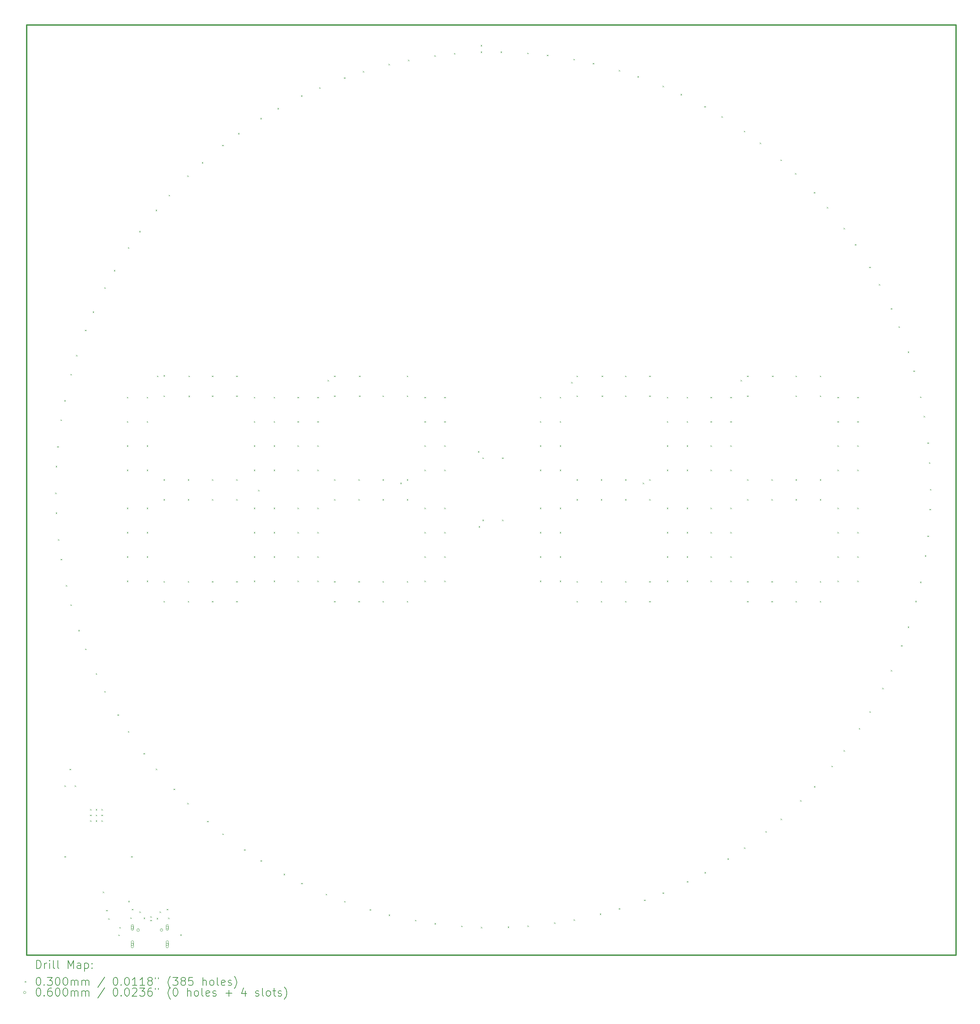
<source format=gbr>
%TF.GenerationSoftware,KiCad,Pcbnew,8.0.9*%
%TF.CreationDate,2025-07-03T09:04:01+02:00*%
%TF.ProjectId,Project,50726f6a-6563-4742-9e6b-696361645f70,rev?*%
%TF.SameCoordinates,Original*%
%TF.FileFunction,Drillmap*%
%TF.FilePolarity,Positive*%
%FSLAX45Y45*%
G04 Gerber Fmt 4.5, Leading zero omitted, Abs format (unit mm)*
G04 Created by KiCad (PCBNEW 8.0.9) date 2025-07-03 09:04:01*
%MOMM*%
%LPD*%
G01*
G04 APERTURE LIST*
%ADD10C,0.300000*%
%ADD11C,0.100000*%
%ADD12C,0.200000*%
G04 APERTURE END LIST*
D10*
X22457940Y-10530160D02*
X45457940Y-10530160D01*
X45457940Y-33530160D01*
X22457940Y-33530160D01*
X22457940Y-10530160D01*
D11*
X25249940Y-32906714D02*
G75*
G02*
X25184940Y-32906714I-32500J0D01*
G01*
X25184940Y-32906714D02*
G75*
G02*
X25249940Y-32906714I32500J0D01*
G01*
X25827940Y-32906714D02*
G75*
G02*
X25762940Y-32906714I-32500J0D01*
G01*
X25762940Y-32906714D02*
G75*
G02*
X25827940Y-32906714I32500J0D01*
G01*
D12*
D11*
X23163511Y-22093146D02*
X23193511Y-22123146D01*
X23193511Y-22093146D02*
X23163511Y-22123146D01*
X23176354Y-21430832D02*
X23206354Y-21460832D01*
X23206354Y-21430832D02*
X23176354Y-21460832D01*
X23176557Y-22582972D02*
X23206557Y-22612972D01*
X23206557Y-22582972D02*
X23176557Y-22612972D01*
X23215447Y-20942394D02*
X23245447Y-20972394D01*
X23245447Y-20942394D02*
X23215447Y-20972394D01*
X23234186Y-23242899D02*
X23264186Y-23272899D01*
X23264186Y-23242899D02*
X23234186Y-23272899D01*
X23298617Y-20285197D02*
X23328617Y-20315197D01*
X23328617Y-20285197D02*
X23298617Y-20315197D01*
X23299223Y-23728564D02*
X23329223Y-23758564D01*
X23329223Y-23728564D02*
X23299223Y-23758564D01*
X23389407Y-19803681D02*
X23419407Y-19833681D01*
X23419407Y-19803681D02*
X23389407Y-19833681D01*
X23395200Y-29329120D02*
X23425200Y-29359120D01*
X23425200Y-29329120D02*
X23395200Y-29359120D01*
X23395200Y-31079120D02*
X23425200Y-31109120D01*
X23425200Y-31079120D02*
X23395200Y-31109120D01*
X23426672Y-24378627D02*
X23456672Y-24408627D01*
X23456672Y-24378627D02*
X23426672Y-24408627D01*
X23522740Y-28921420D02*
X23552740Y-28951420D01*
X23552740Y-28921420D02*
X23522740Y-28951420D01*
X23541961Y-19159048D02*
X23571961Y-19189048D01*
X23571961Y-19159048D02*
X23541961Y-19189048D01*
X23542964Y-24854627D02*
X23572964Y-24884627D01*
X23572964Y-24854627D02*
X23542964Y-24884627D01*
X23649200Y-29329120D02*
X23679200Y-29359120D01*
X23679200Y-29329120D02*
X23649200Y-29359120D01*
X23683419Y-18689910D02*
X23713419Y-18719910D01*
X23713419Y-18689910D02*
X23683419Y-18719910D01*
X23738788Y-25487460D02*
X23768788Y-25517460D01*
X23768788Y-25487460D02*
X23738788Y-25517460D01*
X23903629Y-18065144D02*
X23933629Y-18095144D01*
X23933629Y-18065144D02*
X23903629Y-18095144D01*
X23905016Y-25948403D02*
X23935016Y-25978403D01*
X23935016Y-25948403D02*
X23905016Y-25978403D01*
X24027200Y-29914120D02*
X24057200Y-29944120D01*
X24057200Y-29914120D02*
X24027200Y-29944120D01*
X24027200Y-30054120D02*
X24057200Y-30084120D01*
X24057200Y-30054120D02*
X24027200Y-30084120D01*
X24027200Y-30194120D02*
X24057200Y-30224120D01*
X24057200Y-30194120D02*
X24027200Y-30224120D01*
X24094151Y-17613701D02*
X24124151Y-17643701D01*
X24124151Y-17613701D02*
X24094151Y-17643701D01*
X24166997Y-26556836D02*
X24196997Y-26586836D01*
X24196997Y-26556836D02*
X24166997Y-26586836D01*
X24167200Y-29914120D02*
X24197200Y-29944120D01*
X24197200Y-29914120D02*
X24167200Y-29944120D01*
X24167200Y-30054120D02*
X24197200Y-30084120D01*
X24197200Y-30054120D02*
X24167200Y-30084120D01*
X24167200Y-30194120D02*
X24197200Y-30224120D01*
X24197200Y-30194120D02*
X24167200Y-30224120D01*
X24307200Y-29914120D02*
X24337200Y-29944120D01*
X24337200Y-29914120D02*
X24307200Y-29944120D01*
X24307200Y-30054120D02*
X24337200Y-30084120D01*
X24337200Y-30054120D02*
X24307200Y-30084120D01*
X24307200Y-30194120D02*
X24337200Y-30224120D01*
X24337200Y-30194120D02*
X24307200Y-30224120D01*
X24343080Y-31954280D02*
X24373080Y-31984280D01*
X24373080Y-31954280D02*
X24343080Y-31984280D01*
X24379523Y-17015881D02*
X24409523Y-17045881D01*
X24409523Y-17015881D02*
X24379523Y-17045881D01*
X24381279Y-26997499D02*
X24411279Y-27027499D01*
X24411279Y-26997499D02*
X24381279Y-27027499D01*
X24426980Y-32406074D02*
X24456980Y-32436074D01*
X24456980Y-32406074D02*
X24426980Y-32436074D01*
X24476360Y-32613234D02*
X24506360Y-32643234D01*
X24506360Y-32613234D02*
X24476360Y-32643234D01*
X24616951Y-16587246D02*
X24646951Y-16617246D01*
X24646951Y-16587246D02*
X24616951Y-16617246D01*
X24706448Y-27574638D02*
X24736448Y-27604638D01*
X24736448Y-27574638D02*
X24706448Y-27604638D01*
X24729410Y-33018474D02*
X24759410Y-33048474D01*
X24759410Y-33018474D02*
X24729410Y-33048474D01*
X24752100Y-32832794D02*
X24782100Y-32862794D01*
X24782100Y-32832794D02*
X24752100Y-32862794D01*
X24940000Y-19725000D02*
X24970000Y-19755000D01*
X24970000Y-19725000D02*
X24940000Y-19755000D01*
X24940000Y-20325000D02*
X24970000Y-20355000D01*
X24970000Y-20325000D02*
X24940000Y-20355000D01*
X24940000Y-20925000D02*
X24970000Y-20955000D01*
X24970000Y-20925000D02*
X24940000Y-20955000D01*
X24940000Y-21525000D02*
X24970000Y-21555000D01*
X24970000Y-21525000D02*
X24940000Y-21555000D01*
X24940000Y-22465000D02*
X24970000Y-22495000D01*
X24970000Y-22465000D02*
X24940000Y-22495000D01*
X24940000Y-23065000D02*
X24970000Y-23095000D01*
X24970000Y-23065000D02*
X24940000Y-23095000D01*
X24940000Y-23665000D02*
X24970000Y-23695000D01*
X24970000Y-23665000D02*
X24940000Y-23695000D01*
X24940000Y-24265000D02*
X24970000Y-24295000D01*
X24970000Y-24265000D02*
X24940000Y-24295000D01*
X24964250Y-16023147D02*
X24994250Y-16053147D01*
X24994250Y-16023147D02*
X24964250Y-16053147D01*
X24966356Y-27990027D02*
X24996356Y-28020027D01*
X24996356Y-27990027D02*
X24966356Y-28020027D01*
X24973080Y-32184280D02*
X25003080Y-32214280D01*
X25003080Y-32184280D02*
X24973080Y-32214280D01*
X25025200Y-32594034D02*
X25055200Y-32624034D01*
X25055200Y-32594034D02*
X25025200Y-32624034D01*
X25046200Y-31079120D02*
X25076200Y-31109120D01*
X25076200Y-31079120D02*
X25046200Y-31109120D01*
X25061980Y-32380674D02*
X25091980Y-32410674D01*
X25091980Y-32380674D02*
X25061980Y-32410674D01*
X25245894Y-15622177D02*
X25275894Y-15652177D01*
X25275894Y-15622177D02*
X25245894Y-15652177D01*
X25249940Y-32444174D02*
X25279940Y-32474174D01*
X25279940Y-32444174D02*
X25249940Y-32474174D01*
X25351028Y-28529334D02*
X25381028Y-28559334D01*
X25381028Y-28529334D02*
X25351028Y-28559334D01*
X25355350Y-32600384D02*
X25385350Y-32630384D01*
X25385350Y-32600384D02*
X25355350Y-32630384D01*
X25430000Y-19725000D02*
X25460000Y-19755000D01*
X25460000Y-19725000D02*
X25430000Y-19755000D01*
X25430000Y-20325000D02*
X25460000Y-20355000D01*
X25460000Y-20325000D02*
X25430000Y-20355000D01*
X25430000Y-20925000D02*
X25460000Y-20955000D01*
X25460000Y-20925000D02*
X25430000Y-20955000D01*
X25430000Y-21525000D02*
X25460000Y-21555000D01*
X25460000Y-21525000D02*
X25430000Y-21555000D01*
X25430000Y-22465000D02*
X25460000Y-22495000D01*
X25460000Y-22465000D02*
X25430000Y-22495000D01*
X25430000Y-23065000D02*
X25460000Y-23095000D01*
X25460000Y-23065000D02*
X25430000Y-23095000D01*
X25430000Y-23665000D02*
X25460000Y-23695000D01*
X25460000Y-23665000D02*
X25430000Y-23695000D01*
X25430000Y-24265000D02*
X25460000Y-24295000D01*
X25460000Y-24265000D02*
X25430000Y-24295000D01*
X25517692Y-32566807D02*
X25547692Y-32596807D01*
X25547692Y-32566807D02*
X25517692Y-32596807D01*
X25517692Y-32651807D02*
X25547692Y-32681807D01*
X25547692Y-32651807D02*
X25517692Y-32681807D01*
X25651186Y-15098189D02*
X25681186Y-15128189D01*
X25681186Y-15098189D02*
X25651186Y-15128189D01*
X25653617Y-28914743D02*
X25683617Y-28944743D01*
X25683617Y-28914743D02*
X25653617Y-28944743D01*
X25675390Y-32605464D02*
X25705390Y-32635464D01*
X25705390Y-32605464D02*
X25675390Y-32635464D01*
X25685000Y-19200000D02*
X25715000Y-19230000D01*
X25715000Y-19200000D02*
X25685000Y-19230000D01*
X25747780Y-32446714D02*
X25777780Y-32476714D01*
X25777780Y-32446714D02*
X25747780Y-32476714D01*
X25845000Y-19188140D02*
X25875000Y-19218140D01*
X25875000Y-19188140D02*
X25845000Y-19218140D01*
X25845000Y-19690000D02*
X25875000Y-19720000D01*
X25875000Y-19690000D02*
X25845000Y-19720000D01*
X25845000Y-21760000D02*
X25875000Y-21790000D01*
X25875000Y-21760000D02*
X25845000Y-21790000D01*
X25845000Y-22250000D02*
X25875000Y-22280000D01*
X25875000Y-22250000D02*
X25845000Y-22280000D01*
X25845000Y-24280000D02*
X25875000Y-24310000D01*
X25875000Y-24280000D02*
X25845000Y-24310000D01*
X25845000Y-24770000D02*
X25875000Y-24800000D01*
X25875000Y-24770000D02*
X25845000Y-24800000D01*
X25924460Y-32384334D02*
X25954460Y-32414334D01*
X25954460Y-32384334D02*
X25924460Y-32414334D01*
X25957280Y-32596574D02*
X25987280Y-32626574D01*
X25987280Y-32596574D02*
X25957280Y-32626574D01*
X25973855Y-14729428D02*
X26003855Y-14759428D01*
X26003855Y-14729428D02*
X25973855Y-14759428D01*
X26093435Y-29410107D02*
X26123435Y-29440107D01*
X26123435Y-29410107D02*
X26093435Y-29440107D01*
X26258320Y-33013494D02*
X26288320Y-33043494D01*
X26288320Y-33013494D02*
X26258320Y-33043494D01*
X26432547Y-14251488D02*
X26462547Y-14281488D01*
X26462547Y-14251488D02*
X26432547Y-14281488D01*
X26435276Y-29761169D02*
X26465276Y-29791169D01*
X26465276Y-29761169D02*
X26435276Y-29791169D01*
X26445000Y-21760000D02*
X26475000Y-21790000D01*
X26475000Y-21760000D02*
X26445000Y-21790000D01*
X26445000Y-22250000D02*
X26475000Y-22280000D01*
X26475000Y-22250000D02*
X26445000Y-22280000D01*
X26445000Y-24280000D02*
X26475000Y-24310000D01*
X26475000Y-24280000D02*
X26445000Y-24310000D01*
X26445000Y-24770000D02*
X26475000Y-24800000D01*
X26475000Y-24770000D02*
X26445000Y-24800000D01*
X26465000Y-19200000D02*
X26495000Y-19230000D01*
X26495000Y-19200000D02*
X26465000Y-19230000D01*
X26465000Y-19696140D02*
X26495000Y-19726140D01*
X26495000Y-19696140D02*
X26465000Y-19726140D01*
X26792585Y-13919113D02*
X26822585Y-13949113D01*
X26822585Y-13919113D02*
X26792585Y-13949113D01*
X26925256Y-30206977D02*
X26955256Y-30236977D01*
X26955256Y-30206977D02*
X26925256Y-30236977D01*
X27045000Y-19200000D02*
X27075000Y-19230000D01*
X27075000Y-19200000D02*
X27045000Y-19230000D01*
X27045000Y-19690000D02*
X27075000Y-19720000D01*
X27075000Y-19690000D02*
X27045000Y-19720000D01*
X27045000Y-21760000D02*
X27075000Y-21790000D01*
X27075000Y-21760000D02*
X27045000Y-21790000D01*
X27045000Y-22250000D02*
X27075000Y-22280000D01*
X27075000Y-22250000D02*
X27045000Y-22280000D01*
X27045000Y-24280000D02*
X27075000Y-24310000D01*
X27075000Y-24280000D02*
X27045000Y-24310000D01*
X27045000Y-24770000D02*
X27075000Y-24800000D01*
X27075000Y-24770000D02*
X27045000Y-24800000D01*
X27299480Y-13492637D02*
X27329480Y-13522637D01*
X27329480Y-13492637D02*
X27299480Y-13522637D01*
X27302476Y-30519715D02*
X27332476Y-30549715D01*
X27332476Y-30519715D02*
X27302476Y-30549715D01*
X27645000Y-19200000D02*
X27675000Y-19230000D01*
X27675000Y-19200000D02*
X27645000Y-19230000D01*
X27645000Y-19690000D02*
X27675000Y-19720000D01*
X27675000Y-19690000D02*
X27645000Y-19720000D01*
X27645000Y-21760000D02*
X27675000Y-21790000D01*
X27675000Y-21760000D02*
X27645000Y-21790000D01*
X27645000Y-22250000D02*
X27675000Y-22280000D01*
X27675000Y-22250000D02*
X27645000Y-22280000D01*
X27645000Y-24280000D02*
X27675000Y-24310000D01*
X27675000Y-24280000D02*
X27645000Y-24310000D01*
X27645000Y-24770000D02*
X27675000Y-24800000D01*
X27675000Y-24770000D02*
X27645000Y-24800000D01*
X27692807Y-13200415D02*
X27722807Y-13230415D01*
X27722807Y-13200415D02*
X27692807Y-13230415D01*
X27837067Y-30910915D02*
X27867067Y-30940915D01*
X27867067Y-30910915D02*
X27837067Y-30940915D01*
X28080000Y-19725000D02*
X28110000Y-19755000D01*
X28110000Y-19725000D02*
X28080000Y-19755000D01*
X28080000Y-20325000D02*
X28110000Y-20355000D01*
X28110000Y-20325000D02*
X28080000Y-20355000D01*
X28080000Y-20925000D02*
X28110000Y-20955000D01*
X28110000Y-20925000D02*
X28080000Y-20955000D01*
X28080000Y-21525000D02*
X28110000Y-21555000D01*
X28110000Y-21525000D02*
X28080000Y-21555000D01*
X28080000Y-22465000D02*
X28110000Y-22495000D01*
X28110000Y-22465000D02*
X28080000Y-22495000D01*
X28080000Y-23065000D02*
X28110000Y-23095000D01*
X28110000Y-23065000D02*
X28080000Y-23095000D01*
X28080000Y-23665000D02*
X28110000Y-23695000D01*
X28110000Y-23665000D02*
X28080000Y-23695000D01*
X28080000Y-24265000D02*
X28110000Y-24295000D01*
X28110000Y-24265000D02*
X28080000Y-24295000D01*
X28185000Y-22025000D02*
X28215000Y-22055000D01*
X28215000Y-22025000D02*
X28185000Y-22055000D01*
X28242163Y-12830234D02*
X28272163Y-12860234D01*
X28272163Y-12830234D02*
X28242163Y-12860234D01*
X28245392Y-31181786D02*
X28275392Y-31211786D01*
X28275392Y-31181786D02*
X28245392Y-31211786D01*
X28570000Y-19725000D02*
X28600000Y-19755000D01*
X28600000Y-19725000D02*
X28570000Y-19755000D01*
X28570000Y-20325000D02*
X28600000Y-20355000D01*
X28600000Y-20325000D02*
X28570000Y-20355000D01*
X28570000Y-20925000D02*
X28600000Y-20955000D01*
X28600000Y-20925000D02*
X28570000Y-20955000D01*
X28570000Y-21525000D02*
X28600000Y-21555000D01*
X28600000Y-21525000D02*
X28570000Y-21555000D01*
X28570000Y-22465000D02*
X28600000Y-22495000D01*
X28600000Y-22465000D02*
X28570000Y-22495000D01*
X28570000Y-23065000D02*
X28600000Y-23095000D01*
X28600000Y-23065000D02*
X28570000Y-23095000D01*
X28570000Y-23665000D02*
X28600000Y-23695000D01*
X28600000Y-23665000D02*
X28570000Y-23695000D01*
X28570000Y-24265000D02*
X28600000Y-24295000D01*
X28600000Y-24265000D02*
X28570000Y-24295000D01*
X28664323Y-12581476D02*
X28694323Y-12611476D01*
X28694323Y-12581476D02*
X28664323Y-12611476D01*
X28818536Y-31513946D02*
X28848536Y-31543946D01*
X28848536Y-31513946D02*
X28818536Y-31543946D01*
X29160000Y-19725000D02*
X29190000Y-19755000D01*
X29190000Y-19725000D02*
X29160000Y-19755000D01*
X29160000Y-20325000D02*
X29190000Y-20355000D01*
X29190000Y-20325000D02*
X29160000Y-20355000D01*
X29160000Y-20925000D02*
X29190000Y-20955000D01*
X29190000Y-20925000D02*
X29160000Y-20955000D01*
X29160000Y-21525000D02*
X29190000Y-21555000D01*
X29190000Y-21525000D02*
X29160000Y-21555000D01*
X29160000Y-22465000D02*
X29190000Y-22495000D01*
X29190000Y-22465000D02*
X29160000Y-22495000D01*
X29160000Y-23065000D02*
X29190000Y-23095000D01*
X29190000Y-23065000D02*
X29160000Y-23095000D01*
X29160000Y-23665000D02*
X29190000Y-23695000D01*
X29190000Y-23665000D02*
X29160000Y-23695000D01*
X29160000Y-24265000D02*
X29190000Y-24295000D01*
X29190000Y-24265000D02*
X29160000Y-24295000D01*
X29249914Y-12271786D02*
X29279914Y-12301786D01*
X29279914Y-12271786D02*
X29249914Y-12301786D01*
X29253340Y-31739880D02*
X29283340Y-31769880D01*
X29283340Y-31739880D02*
X29253340Y-31769880D01*
X29650000Y-19725000D02*
X29680000Y-19755000D01*
X29680000Y-19725000D02*
X29650000Y-19755000D01*
X29650000Y-20325000D02*
X29680000Y-20355000D01*
X29680000Y-20325000D02*
X29650000Y-20355000D01*
X29650000Y-20925000D02*
X29680000Y-20955000D01*
X29680000Y-20925000D02*
X29650000Y-20955000D01*
X29650000Y-21525000D02*
X29680000Y-21555000D01*
X29680000Y-21525000D02*
X29650000Y-21555000D01*
X29650000Y-22465000D02*
X29680000Y-22495000D01*
X29680000Y-22465000D02*
X29650000Y-22495000D01*
X29650000Y-23065000D02*
X29680000Y-23095000D01*
X29680000Y-23065000D02*
X29650000Y-23095000D01*
X29650000Y-23665000D02*
X29680000Y-23695000D01*
X29680000Y-23665000D02*
X29650000Y-23695000D01*
X29650000Y-24265000D02*
X29680000Y-24295000D01*
X29680000Y-24265000D02*
X29650000Y-24295000D01*
X29696124Y-12069310D02*
X29726124Y-12099310D01*
X29726124Y-12069310D02*
X29696124Y-12099310D01*
X29858544Y-32009237D02*
X29888544Y-32039237D01*
X29888544Y-32009237D02*
X29858544Y-32039237D01*
X29905000Y-19305000D02*
X29935000Y-19335000D01*
X29935000Y-19305000D02*
X29905000Y-19335000D01*
X30065000Y-19200000D02*
X30095000Y-19230000D01*
X30095000Y-19200000D02*
X30065000Y-19230000D01*
X30065000Y-19690000D02*
X30095000Y-19720000D01*
X30095000Y-19690000D02*
X30065000Y-19720000D01*
X30065000Y-21760000D02*
X30095000Y-21790000D01*
X30095000Y-21760000D02*
X30065000Y-21790000D01*
X30065000Y-22250000D02*
X30095000Y-22280000D01*
X30095000Y-22250000D02*
X30065000Y-22280000D01*
X30065000Y-24280000D02*
X30095000Y-24310000D01*
X30095000Y-24280000D02*
X30065000Y-24310000D01*
X30065000Y-24770000D02*
X30095000Y-24800000D01*
X30095000Y-24770000D02*
X30065000Y-24800000D01*
X30311316Y-11823618D02*
X30341316Y-11853618D01*
X30341316Y-11823618D02*
X30311316Y-11853618D01*
X30314899Y-32187674D02*
X30344899Y-32217674D01*
X30344899Y-32187674D02*
X30314899Y-32217674D01*
X30665000Y-21760000D02*
X30695000Y-21790000D01*
X30695000Y-21760000D02*
X30665000Y-21790000D01*
X30665000Y-22250000D02*
X30695000Y-22280000D01*
X30695000Y-22250000D02*
X30665000Y-22280000D01*
X30665000Y-24280000D02*
X30695000Y-24310000D01*
X30695000Y-24280000D02*
X30665000Y-24310000D01*
X30665000Y-24770000D02*
X30695000Y-24800000D01*
X30695000Y-24770000D02*
X30665000Y-24800000D01*
X30685000Y-19200000D02*
X30715000Y-19230000D01*
X30715000Y-19200000D02*
X30685000Y-19230000D01*
X30685000Y-19690000D02*
X30715000Y-19720000D01*
X30715000Y-19690000D02*
X30685000Y-19720000D01*
X30776520Y-11669718D02*
X30806520Y-11699718D01*
X30806520Y-11669718D02*
X30776520Y-11699718D01*
X30945305Y-32391176D02*
X30975305Y-32421176D01*
X30975305Y-32391176D02*
X30945305Y-32421176D01*
X31265000Y-19690000D02*
X31295000Y-19720000D01*
X31295000Y-19690000D02*
X31265000Y-19720000D01*
X31265000Y-21760000D02*
X31295000Y-21790000D01*
X31295000Y-21760000D02*
X31265000Y-21790000D01*
X31265000Y-22250000D02*
X31295000Y-22280000D01*
X31295000Y-22250000D02*
X31265000Y-22280000D01*
X31265000Y-24280000D02*
X31295000Y-24310000D01*
X31295000Y-24280000D02*
X31265000Y-24310000D01*
X31265000Y-24770000D02*
X31295000Y-24800000D01*
X31295000Y-24770000D02*
X31265000Y-24800000D01*
X31414342Y-11490809D02*
X31444342Y-11520809D01*
X31444342Y-11490809D02*
X31414342Y-11520809D01*
X31418042Y-32520095D02*
X31448042Y-32550095D01*
X31448042Y-32520095D02*
X31418042Y-32550095D01*
X31705000Y-21845000D02*
X31735000Y-21875000D01*
X31735000Y-21845000D02*
X31705000Y-21875000D01*
X31865000Y-19200000D02*
X31895000Y-19230000D01*
X31895000Y-19200000D02*
X31865000Y-19230000D01*
X31865000Y-19690000D02*
X31895000Y-19720000D01*
X31895000Y-19690000D02*
X31865000Y-19720000D01*
X31865000Y-21760000D02*
X31895000Y-21790000D01*
X31895000Y-21760000D02*
X31865000Y-21790000D01*
X31865000Y-22250000D02*
X31895000Y-22280000D01*
X31895000Y-22250000D02*
X31865000Y-22280000D01*
X31865000Y-24280000D02*
X31895000Y-24310000D01*
X31895000Y-24280000D02*
X31865000Y-24310000D01*
X31865000Y-24770000D02*
X31895000Y-24800000D01*
X31895000Y-24770000D02*
X31865000Y-24800000D01*
X31893269Y-11387229D02*
X31923269Y-11417229D01*
X31923269Y-11387229D02*
X31893269Y-11417229D01*
X32066508Y-32655436D02*
X32096508Y-32685436D01*
X32096508Y-32655436D02*
X32066508Y-32685436D01*
X32300000Y-19725000D02*
X32330000Y-19755000D01*
X32330000Y-19725000D02*
X32300000Y-19755000D01*
X32300000Y-20325000D02*
X32330000Y-20355000D01*
X32330000Y-20325000D02*
X32300000Y-20355000D01*
X32300000Y-20925000D02*
X32330000Y-20955000D01*
X32330000Y-20925000D02*
X32300000Y-20955000D01*
X32300000Y-21525000D02*
X32330000Y-21555000D01*
X32330000Y-21525000D02*
X32300000Y-21555000D01*
X32300000Y-22465000D02*
X32330000Y-22495000D01*
X32330000Y-22465000D02*
X32300000Y-22495000D01*
X32300000Y-23065000D02*
X32330000Y-23095000D01*
X32330000Y-23065000D02*
X32300000Y-23095000D01*
X32300000Y-23665000D02*
X32330000Y-23695000D01*
X32330000Y-23665000D02*
X32300000Y-23695000D01*
X32300000Y-24265000D02*
X32330000Y-24295000D01*
X32330000Y-24265000D02*
X32300000Y-24295000D01*
X32546494Y-11277130D02*
X32576494Y-11307130D01*
X32576494Y-11277130D02*
X32546494Y-11307130D01*
X32550269Y-32733376D02*
X32580269Y-32763376D01*
X32580269Y-32733376D02*
X32550269Y-32763376D01*
X32790000Y-19725000D02*
X32820000Y-19755000D01*
X32820000Y-19725000D02*
X32790000Y-19755000D01*
X32790000Y-20325000D02*
X32820000Y-20355000D01*
X32820000Y-20325000D02*
X32790000Y-20355000D01*
X32790000Y-20925000D02*
X32820000Y-20955000D01*
X32820000Y-20925000D02*
X32790000Y-20955000D01*
X32790000Y-21525000D02*
X32820000Y-21555000D01*
X32820000Y-21525000D02*
X32790000Y-21555000D01*
X32790000Y-22465000D02*
X32820000Y-22495000D01*
X32820000Y-22465000D02*
X32790000Y-22495000D01*
X32790000Y-23065000D02*
X32820000Y-23095000D01*
X32820000Y-23065000D02*
X32790000Y-23095000D01*
X32790000Y-23665000D02*
X32820000Y-23695000D01*
X32820000Y-23665000D02*
X32790000Y-23695000D01*
X32790000Y-24265000D02*
X32820000Y-24295000D01*
X32820000Y-24265000D02*
X32790000Y-24295000D01*
X33033718Y-11225043D02*
X33063718Y-11255043D01*
X33063718Y-11225043D02*
X33033718Y-11255043D01*
X33209447Y-32799022D02*
X33239447Y-32829022D01*
X33239447Y-32799022D02*
X33209447Y-32829022D01*
X33625000Y-21065000D02*
X33655000Y-21095000D01*
X33655000Y-21065000D02*
X33625000Y-21095000D01*
X33645000Y-22920000D02*
X33675000Y-22950000D01*
X33675000Y-22920000D02*
X33645000Y-22950000D01*
X33695000Y-11025000D02*
X33725000Y-11055000D01*
X33725000Y-11025000D02*
X33695000Y-11055000D01*
X33695000Y-11185000D02*
X33725000Y-11215000D01*
X33725000Y-11185000D02*
X33695000Y-11215000D01*
X33698753Y-32825100D02*
X33728753Y-32855100D01*
X33728753Y-32825100D02*
X33698753Y-32855100D01*
X33735000Y-21225000D02*
X33765000Y-21255000D01*
X33765000Y-21225000D02*
X33735000Y-21255000D01*
X33735000Y-22760000D02*
X33765000Y-22790000D01*
X33765000Y-22760000D02*
X33735000Y-22790000D01*
X34185000Y-11185000D02*
X34215000Y-11215000D01*
X34215000Y-11185000D02*
X34185000Y-11215000D01*
X34225000Y-21225000D02*
X34255000Y-21255000D01*
X34255000Y-21225000D02*
X34225000Y-21255000D01*
X34225000Y-22760000D02*
X34255000Y-22790000D01*
X34255000Y-22760000D02*
X34225000Y-22790000D01*
X34361174Y-32820308D02*
X34391174Y-32850308D01*
X34391174Y-32820308D02*
X34361174Y-32850308D01*
X34846738Y-11215472D02*
X34876738Y-11245472D01*
X34876738Y-11215472D02*
X34846738Y-11245472D01*
X34850480Y-32794228D02*
X34880480Y-32824228D01*
X34880480Y-32794228D02*
X34850480Y-32824228D01*
X35160000Y-19725000D02*
X35190000Y-19755000D01*
X35190000Y-19725000D02*
X35160000Y-19755000D01*
X35160000Y-20325000D02*
X35190000Y-20355000D01*
X35190000Y-20325000D02*
X35160000Y-20355000D01*
X35160000Y-20925000D02*
X35190000Y-20955000D01*
X35190000Y-20925000D02*
X35160000Y-20955000D01*
X35160000Y-21525000D02*
X35190000Y-21555000D01*
X35190000Y-21525000D02*
X35160000Y-21555000D01*
X35160000Y-22465000D02*
X35190000Y-22495000D01*
X35190000Y-22465000D02*
X35160000Y-22495000D01*
X35160000Y-23065000D02*
X35190000Y-23095000D01*
X35190000Y-23065000D02*
X35160000Y-23095000D01*
X35160000Y-23665000D02*
X35190000Y-23695000D01*
X35190000Y-23665000D02*
X35160000Y-23695000D01*
X35160000Y-24265000D02*
X35190000Y-24295000D01*
X35190000Y-24265000D02*
X35160000Y-24295000D01*
X35333962Y-11267556D02*
X35363962Y-11297556D01*
X35363962Y-11267556D02*
X35333962Y-11297556D01*
X35508639Y-32719053D02*
X35538639Y-32749053D01*
X35538639Y-32719053D02*
X35508639Y-32749053D01*
X35650000Y-19725000D02*
X35680000Y-19755000D01*
X35680000Y-19725000D02*
X35650000Y-19755000D01*
X35650000Y-20325000D02*
X35680000Y-20355000D01*
X35680000Y-20325000D02*
X35650000Y-20355000D01*
X35650000Y-20925000D02*
X35680000Y-20955000D01*
X35680000Y-20925000D02*
X35650000Y-20955000D01*
X35650000Y-21525000D02*
X35680000Y-21555000D01*
X35680000Y-21525000D02*
X35650000Y-21555000D01*
X35650000Y-22465000D02*
X35680000Y-22495000D01*
X35680000Y-22465000D02*
X35650000Y-22495000D01*
X35650000Y-23065000D02*
X35680000Y-23095000D01*
X35680000Y-23065000D02*
X35650000Y-23095000D01*
X35650000Y-23665000D02*
X35680000Y-23695000D01*
X35680000Y-23665000D02*
X35650000Y-23695000D01*
X35650000Y-24265000D02*
X35680000Y-24295000D01*
X35680000Y-24265000D02*
X35650000Y-24295000D01*
X35935000Y-19355000D02*
X35965000Y-19385000D01*
X35965000Y-19355000D02*
X35935000Y-19385000D01*
X35988711Y-11368194D02*
X36018711Y-11398194D01*
X36018711Y-11368194D02*
X35988711Y-11398194D01*
X35992400Y-32641110D02*
X36022400Y-32671110D01*
X36022400Y-32641110D02*
X35992400Y-32671110D01*
X36065000Y-19200000D02*
X36095000Y-19230000D01*
X36095000Y-19200000D02*
X36065000Y-19230000D01*
X36065000Y-19690000D02*
X36095000Y-19720000D01*
X36095000Y-19690000D02*
X36065000Y-19720000D01*
X36065000Y-21760000D02*
X36095000Y-21790000D01*
X36095000Y-21760000D02*
X36065000Y-21790000D01*
X36065000Y-22250000D02*
X36095000Y-22280000D01*
X36095000Y-22250000D02*
X36065000Y-22280000D01*
X36065000Y-24280000D02*
X36095000Y-24310000D01*
X36095000Y-24280000D02*
X36065000Y-24310000D01*
X36065000Y-24770000D02*
X36095000Y-24800000D01*
X36095000Y-24770000D02*
X36065000Y-24800000D01*
X36467639Y-11471771D02*
X36497639Y-11501771D01*
X36497639Y-11471771D02*
X36467639Y-11501771D01*
X36638841Y-32496403D02*
X36668841Y-32526403D01*
X36668841Y-32496403D02*
X36638841Y-32526403D01*
X36665000Y-21760000D02*
X36695000Y-21790000D01*
X36695000Y-21760000D02*
X36665000Y-21790000D01*
X36665000Y-22250000D02*
X36695000Y-22280000D01*
X36695000Y-22250000D02*
X36665000Y-22280000D01*
X36665000Y-24280000D02*
X36695000Y-24310000D01*
X36695000Y-24280000D02*
X36665000Y-24310000D01*
X36665000Y-24770000D02*
X36695000Y-24800000D01*
X36695000Y-24770000D02*
X36665000Y-24800000D01*
X36685000Y-19200000D02*
X36715000Y-19230000D01*
X36715000Y-19200000D02*
X36685000Y-19230000D01*
X36685000Y-19690000D02*
X36715000Y-19720000D01*
X36715000Y-19690000D02*
X36685000Y-19720000D01*
X37107982Y-11641435D02*
X37137982Y-11671435D01*
X37137982Y-11641435D02*
X37107982Y-11671435D01*
X37111577Y-32367481D02*
X37141577Y-32397481D01*
X37141577Y-32367481D02*
X37111577Y-32397481D01*
X37265000Y-19200000D02*
X37295000Y-19230000D01*
X37295000Y-19200000D02*
X37265000Y-19230000D01*
X37265000Y-19690000D02*
X37295000Y-19720000D01*
X37295000Y-19690000D02*
X37265000Y-19720000D01*
X37265000Y-21760000D02*
X37295000Y-21790000D01*
X37295000Y-21760000D02*
X37265000Y-21790000D01*
X37265000Y-22250000D02*
X37295000Y-22280000D01*
X37295000Y-22250000D02*
X37265000Y-22280000D01*
X37265000Y-24280000D02*
X37295000Y-24310000D01*
X37295000Y-24280000D02*
X37265000Y-24310000D01*
X37265000Y-24770000D02*
X37295000Y-24800000D01*
X37295000Y-24770000D02*
X37265000Y-24800000D01*
X37573187Y-11795332D02*
X37603187Y-11825332D01*
X37603187Y-11795332D02*
X37573187Y-11825332D01*
X37705000Y-21845000D02*
X37735000Y-21875000D01*
X37735000Y-21845000D02*
X37705000Y-21875000D01*
X37738973Y-32154881D02*
X37768973Y-32184881D01*
X37768973Y-32154881D02*
X37738973Y-32184881D01*
X37865000Y-19200000D02*
X37895000Y-19230000D01*
X37895000Y-19200000D02*
X37865000Y-19230000D01*
X37865000Y-19690000D02*
X37895000Y-19720000D01*
X37895000Y-19690000D02*
X37865000Y-19720000D01*
X37865000Y-21760000D02*
X37895000Y-21790000D01*
X37895000Y-21760000D02*
X37865000Y-21790000D01*
X37865000Y-22250000D02*
X37895000Y-22280000D01*
X37895000Y-22250000D02*
X37865000Y-22280000D01*
X37865000Y-24280000D02*
X37895000Y-24310000D01*
X37895000Y-24280000D02*
X37865000Y-24310000D01*
X37865000Y-24770000D02*
X37895000Y-24800000D01*
X37895000Y-24770000D02*
X37865000Y-24800000D01*
X38191868Y-12032099D02*
X38221868Y-12062099D01*
X38221868Y-12032099D02*
X38191868Y-12062099D01*
X38195327Y-31976441D02*
X38225327Y-32006441D01*
X38225327Y-31976441D02*
X38195327Y-32006441D01*
X38300000Y-19725000D02*
X38330000Y-19755000D01*
X38330000Y-19725000D02*
X38300000Y-19755000D01*
X38300000Y-20325000D02*
X38330000Y-20355000D01*
X38330000Y-20325000D02*
X38300000Y-20355000D01*
X38300000Y-20925000D02*
X38330000Y-20955000D01*
X38330000Y-20925000D02*
X38300000Y-20955000D01*
X38300000Y-21525000D02*
X38330000Y-21555000D01*
X38330000Y-21525000D02*
X38300000Y-21555000D01*
X38300000Y-22465000D02*
X38330000Y-22495000D01*
X38330000Y-22465000D02*
X38300000Y-22495000D01*
X38300000Y-23065000D02*
X38330000Y-23095000D01*
X38330000Y-23065000D02*
X38300000Y-23095000D01*
X38300000Y-23665000D02*
X38330000Y-23695000D01*
X38330000Y-23665000D02*
X38300000Y-23695000D01*
X38300000Y-24265000D02*
X38330000Y-24295000D01*
X38330000Y-24265000D02*
X38300000Y-24295000D01*
X38638080Y-12234573D02*
X38668080Y-12264573D01*
X38668080Y-12234573D02*
X38638080Y-12264573D01*
X38790000Y-19725000D02*
X38820000Y-19755000D01*
X38820000Y-19725000D02*
X38790000Y-19755000D01*
X38790000Y-20325000D02*
X38820000Y-20355000D01*
X38820000Y-20325000D02*
X38790000Y-20355000D01*
X38790000Y-20925000D02*
X38820000Y-20955000D01*
X38820000Y-20925000D02*
X38790000Y-20955000D01*
X38790000Y-21525000D02*
X38820000Y-21555000D01*
X38820000Y-21525000D02*
X38790000Y-21555000D01*
X38790000Y-22465000D02*
X38820000Y-22495000D01*
X38820000Y-22465000D02*
X38790000Y-22495000D01*
X38790000Y-23065000D02*
X38820000Y-23095000D01*
X38820000Y-23065000D02*
X38790000Y-23095000D01*
X38790000Y-23665000D02*
X38820000Y-23695000D01*
X38820000Y-23665000D02*
X38790000Y-23695000D01*
X38790000Y-24265000D02*
X38820000Y-24295000D01*
X38820000Y-24265000D02*
X38790000Y-24295000D01*
X38796571Y-31698358D02*
X38826571Y-31728358D01*
X38826571Y-31698358D02*
X38796571Y-31728358D01*
X39228089Y-12535759D02*
X39258089Y-12565759D01*
X39258089Y-12535759D02*
X39228089Y-12565759D01*
X39231373Y-31472421D02*
X39261373Y-31502421D01*
X39261373Y-31472421D02*
X39231373Y-31502421D01*
X39380000Y-19725000D02*
X39410000Y-19755000D01*
X39410000Y-19725000D02*
X39380000Y-19755000D01*
X39380000Y-20325000D02*
X39410000Y-20355000D01*
X39410000Y-20325000D02*
X39380000Y-20355000D01*
X39380000Y-20925000D02*
X39410000Y-20955000D01*
X39410000Y-20925000D02*
X39380000Y-20955000D01*
X39380000Y-21525000D02*
X39410000Y-21555000D01*
X39410000Y-21525000D02*
X39380000Y-21555000D01*
X39380000Y-22465000D02*
X39410000Y-22495000D01*
X39410000Y-22465000D02*
X39380000Y-22495000D01*
X39380000Y-23065000D02*
X39410000Y-23095000D01*
X39410000Y-23065000D02*
X39380000Y-23095000D01*
X39380000Y-23665000D02*
X39410000Y-23695000D01*
X39410000Y-23665000D02*
X39380000Y-23695000D01*
X39380000Y-24265000D02*
X39410000Y-24295000D01*
X39410000Y-24265000D02*
X39380000Y-24295000D01*
X39650251Y-12784515D02*
X39680251Y-12814515D01*
X39680251Y-12784515D02*
X39650251Y-12814515D01*
X39799653Y-31132005D02*
X39829653Y-31162005D01*
X39829653Y-31132005D02*
X39799653Y-31162005D01*
X39870000Y-19725000D02*
X39900000Y-19755000D01*
X39900000Y-19725000D02*
X39870000Y-19755000D01*
X39870000Y-20325000D02*
X39900000Y-20355000D01*
X39900000Y-20325000D02*
X39870000Y-20355000D01*
X39870000Y-20925000D02*
X39900000Y-20955000D01*
X39900000Y-20925000D02*
X39870000Y-20955000D01*
X39870000Y-21525000D02*
X39900000Y-21555000D01*
X39900000Y-21525000D02*
X39870000Y-21555000D01*
X39870000Y-22465000D02*
X39900000Y-22495000D01*
X39900000Y-22465000D02*
X39870000Y-22495000D01*
X39870000Y-23065000D02*
X39900000Y-23095000D01*
X39900000Y-23065000D02*
X39870000Y-23095000D01*
X39870000Y-23665000D02*
X39900000Y-23695000D01*
X39900000Y-23665000D02*
X39870000Y-23695000D01*
X39870000Y-24265000D02*
X39900000Y-24295000D01*
X39900000Y-24265000D02*
X39870000Y-24295000D01*
X40125000Y-19305000D02*
X40155000Y-19335000D01*
X40155000Y-19305000D02*
X40125000Y-19335000D01*
X40204904Y-13146710D02*
X40234904Y-13176710D01*
X40234904Y-13146710D02*
X40204904Y-13176710D01*
X40207976Y-30861132D02*
X40237976Y-30891132D01*
X40237976Y-30861132D02*
X40207976Y-30891132D01*
X40285000Y-19200000D02*
X40315000Y-19230000D01*
X40315000Y-19200000D02*
X40285000Y-19230000D01*
X40285000Y-19690000D02*
X40315000Y-19720000D01*
X40315000Y-19690000D02*
X40285000Y-19720000D01*
X40285000Y-21760000D02*
X40315000Y-21790000D01*
X40315000Y-21760000D02*
X40285000Y-21790000D01*
X40285000Y-22250000D02*
X40315000Y-22280000D01*
X40315000Y-22250000D02*
X40285000Y-22280000D01*
X40285000Y-24280000D02*
X40315000Y-24310000D01*
X40315000Y-24280000D02*
X40285000Y-24310000D01*
X40285000Y-24770000D02*
X40315000Y-24800000D01*
X40315000Y-24770000D02*
X40285000Y-24800000D01*
X40598233Y-13438930D02*
X40628233Y-13468930D01*
X40628233Y-13438930D02*
X40598233Y-13468930D01*
X40736852Y-30462239D02*
X40766852Y-30492239D01*
X40766852Y-30462239D02*
X40736852Y-30492239D01*
X40885000Y-21760000D02*
X40915000Y-21790000D01*
X40915000Y-21760000D02*
X40885000Y-21790000D01*
X40885000Y-22250000D02*
X40915000Y-22280000D01*
X40915000Y-22250000D02*
X40885000Y-22280000D01*
X40885000Y-24280000D02*
X40915000Y-24310000D01*
X40915000Y-24280000D02*
X40885000Y-24310000D01*
X40885000Y-24770000D02*
X40915000Y-24800000D01*
X40915000Y-24770000D02*
X40885000Y-24800000D01*
X40905000Y-19200000D02*
X40935000Y-19230000D01*
X40935000Y-19200000D02*
X40905000Y-19230000D01*
X41111245Y-13858029D02*
X41141245Y-13888029D01*
X41141245Y-13858029D02*
X41111245Y-13888029D01*
X41114070Y-30149499D02*
X41144070Y-30179499D01*
X41144070Y-30149499D02*
X41114070Y-30179499D01*
X41471284Y-14190402D02*
X41501284Y-14220402D01*
X41501284Y-14190402D02*
X41471284Y-14220402D01*
X41485000Y-19200000D02*
X41515000Y-19230000D01*
X41515000Y-19200000D02*
X41485000Y-19230000D01*
X41485000Y-19690000D02*
X41515000Y-19720000D01*
X41515000Y-19690000D02*
X41485000Y-19720000D01*
X41485000Y-21760000D02*
X41515000Y-21790000D01*
X41515000Y-21760000D02*
X41485000Y-21790000D01*
X41485000Y-22250000D02*
X41515000Y-22280000D01*
X41515000Y-22250000D02*
X41485000Y-22280000D01*
X41485000Y-24280000D02*
X41515000Y-24310000D01*
X41515000Y-24280000D02*
X41485000Y-24310000D01*
X41485000Y-24770000D02*
X41515000Y-24800000D01*
X41515000Y-24770000D02*
X41485000Y-24800000D01*
X41597550Y-29696650D02*
X41627550Y-29726650D01*
X41627550Y-29696650D02*
X41597550Y-29726650D01*
X41936842Y-14661656D02*
X41966842Y-14691656D01*
X41966842Y-14661656D02*
X41936842Y-14691656D01*
X41939389Y-29345586D02*
X41969389Y-29375586D01*
X41969389Y-29345586D02*
X41939389Y-29375586D01*
X42085000Y-19200000D02*
X42115000Y-19230000D01*
X42115000Y-19200000D02*
X42085000Y-19230000D01*
X42085000Y-19690000D02*
X42115000Y-19720000D01*
X42115000Y-19690000D02*
X42085000Y-19720000D01*
X42085000Y-21760000D02*
X42115000Y-21790000D01*
X42115000Y-21760000D02*
X42085000Y-21790000D01*
X42085000Y-22250000D02*
X42115000Y-22280000D01*
X42115000Y-22250000D02*
X42085000Y-22280000D01*
X42085000Y-24280000D02*
X42115000Y-24310000D01*
X42115000Y-24280000D02*
X42085000Y-24310000D01*
X42085000Y-24770000D02*
X42115000Y-24800000D01*
X42115000Y-24770000D02*
X42085000Y-24800000D01*
X42259513Y-15030415D02*
X42289513Y-15060415D01*
X42289513Y-15030415D02*
X42259513Y-15060415D01*
X42371995Y-28843911D02*
X42401995Y-28873911D01*
X42401995Y-28843911D02*
X42371995Y-28873911D01*
X42520000Y-19725000D02*
X42550000Y-19755000D01*
X42550000Y-19725000D02*
X42520000Y-19755000D01*
X42520000Y-20325000D02*
X42550000Y-20355000D01*
X42550000Y-20325000D02*
X42520000Y-20355000D01*
X42520000Y-20925000D02*
X42550000Y-20955000D01*
X42550000Y-20925000D02*
X42520000Y-20955000D01*
X42520000Y-21525000D02*
X42550000Y-21555000D01*
X42550000Y-21525000D02*
X42520000Y-21555000D01*
X42520000Y-22465000D02*
X42550000Y-22495000D01*
X42550000Y-22465000D02*
X42520000Y-22495000D01*
X42520000Y-23065000D02*
X42550000Y-23095000D01*
X42550000Y-23065000D02*
X42520000Y-23095000D01*
X42520000Y-23665000D02*
X42550000Y-23695000D01*
X42550000Y-23665000D02*
X42520000Y-23695000D01*
X42520000Y-24265000D02*
X42550000Y-24295000D01*
X42550000Y-24265000D02*
X42520000Y-24295000D01*
X42672343Y-15548486D02*
X42702343Y-15578486D01*
X42702343Y-15548486D02*
X42672343Y-15578486D01*
X42674582Y-28458501D02*
X42704582Y-28488501D01*
X42704582Y-28458501D02*
X42674582Y-28488501D01*
X42953989Y-15949454D02*
X42983989Y-15979454D01*
X42983989Y-15949454D02*
X42953989Y-15979454D01*
X43010000Y-19725000D02*
X43040000Y-19755000D01*
X43040000Y-19725000D02*
X43010000Y-19755000D01*
X43010000Y-20325000D02*
X43040000Y-20355000D01*
X43040000Y-20325000D02*
X43010000Y-20355000D01*
X43010000Y-20925000D02*
X43040000Y-20955000D01*
X43040000Y-20925000D02*
X43010000Y-20955000D01*
X43010000Y-21525000D02*
X43040000Y-21555000D01*
X43040000Y-21525000D02*
X43010000Y-21555000D01*
X43010000Y-22465000D02*
X43040000Y-22495000D01*
X43040000Y-22465000D02*
X43010000Y-22495000D01*
X43010000Y-23065000D02*
X43040000Y-23095000D01*
X43040000Y-23065000D02*
X43010000Y-23095000D01*
X43010000Y-23665000D02*
X43040000Y-23695000D01*
X43040000Y-23665000D02*
X43010000Y-23695000D01*
X43010000Y-24265000D02*
X43040000Y-24295000D01*
X43040000Y-24265000D02*
X43010000Y-24295000D01*
X43051412Y-27913686D02*
X43081412Y-27943686D01*
X43081412Y-27913686D02*
X43051412Y-27943686D01*
X43309412Y-16508470D02*
X43339412Y-16538470D01*
X43339412Y-16508470D02*
X43309412Y-16538470D01*
X43311318Y-27498295D02*
X43341318Y-27528295D01*
X43341318Y-27498295D02*
X43311318Y-27528295D01*
X43546842Y-16937104D02*
X43576842Y-16967104D01*
X43576842Y-16937104D02*
X43546842Y-16967104D01*
X43628104Y-26916512D02*
X43658104Y-26946512D01*
X43658104Y-26916512D02*
X43628104Y-26946512D01*
X43840832Y-17530733D02*
X43870832Y-17560733D01*
X43870832Y-17530733D02*
X43840832Y-17560733D01*
X43842384Y-26475849D02*
X43872384Y-26505849D01*
X43872384Y-26475849D02*
X43842384Y-26505849D01*
X44031357Y-17982175D02*
X44061357Y-18012175D01*
X44061357Y-17982175D02*
X44031357Y-18012175D01*
X44095535Y-25863689D02*
X44125535Y-25893689D01*
X44125535Y-25863689D02*
X44095535Y-25893689D01*
X44260582Y-18603690D02*
X44290582Y-18633690D01*
X44290582Y-18603690D02*
X44260582Y-18633690D01*
X44261761Y-25402746D02*
X44291761Y-25432746D01*
X44291761Y-25402746D02*
X44261761Y-25432746D01*
X44402042Y-19072827D02*
X44432042Y-19102827D01*
X44432042Y-19072827D02*
X44402042Y-19102827D01*
X44448410Y-24767146D02*
X44478410Y-24797146D01*
X44478410Y-24767146D02*
X44448410Y-24797146D01*
X44563906Y-19715186D02*
X44593906Y-19745186D01*
X44593906Y-19715186D02*
X44563906Y-19745186D01*
X44564700Y-24291145D02*
X44594700Y-24321145D01*
X44594700Y-24291145D02*
X44564700Y-24321145D01*
X44654698Y-20196701D02*
X44684698Y-20226701D01*
X44684698Y-20196701D02*
X44654698Y-20226701D01*
X44682731Y-23639306D02*
X44712731Y-23669306D01*
X44712731Y-23639306D02*
X44682731Y-23669306D01*
X44747367Y-20852626D02*
X44777367Y-20882626D01*
X44777367Y-20852626D02*
X44747367Y-20882626D01*
X44747766Y-23153641D02*
X44777766Y-23183641D01*
X44777766Y-23153641D02*
X44747766Y-23183641D01*
X44786462Y-21341064D02*
X44816462Y-21371064D01*
X44816462Y-21341064D02*
X44786462Y-21371064D01*
X44795842Y-22492949D02*
X44825842Y-22522949D01*
X44825842Y-22492949D02*
X44795842Y-22522949D01*
X44808885Y-22003123D02*
X44838885Y-22033123D01*
X44838885Y-22003123D02*
X44808885Y-22033123D01*
X25104440Y-32841274D02*
G75*
G02*
X25044440Y-32841274I-30000J0D01*
G01*
X25044440Y-32841274D02*
G75*
G02*
X25104440Y-32841274I30000J0D01*
G01*
X25104440Y-32881274D02*
X25104440Y-32801274D01*
X25044440Y-32801274D02*
G75*
G02*
X25104440Y-32801274I30000J0D01*
G01*
X25044440Y-32801274D02*
X25044440Y-32881274D01*
X25044440Y-32881274D02*
G75*
G03*
X25104440Y-32881274I30000J0D01*
G01*
X25104440Y-33259274D02*
G75*
G02*
X25044440Y-33259274I-30000J0D01*
G01*
X25044440Y-33259274D02*
G75*
G02*
X25104440Y-33259274I30000J0D01*
G01*
X25104440Y-33319274D02*
X25104440Y-33199274D01*
X25044440Y-33199274D02*
G75*
G02*
X25104440Y-33199274I30000J0D01*
G01*
X25044440Y-33199274D02*
X25044440Y-33319274D01*
X25044440Y-33319274D02*
G75*
G03*
X25104440Y-33319274I30000J0D01*
G01*
X25968440Y-32841274D02*
G75*
G02*
X25908440Y-32841274I-30000J0D01*
G01*
X25908440Y-32841274D02*
G75*
G02*
X25968440Y-32841274I30000J0D01*
G01*
X25968440Y-32881274D02*
X25968440Y-32801274D01*
X25908440Y-32801274D02*
G75*
G02*
X25968440Y-32801274I30000J0D01*
G01*
X25908440Y-32801274D02*
X25908440Y-32881274D01*
X25908440Y-32881274D02*
G75*
G03*
X25968440Y-32881274I30000J0D01*
G01*
X25968440Y-33259274D02*
G75*
G02*
X25908440Y-33259274I-30000J0D01*
G01*
X25908440Y-33259274D02*
G75*
G02*
X25968440Y-33259274I30000J0D01*
G01*
X25968440Y-33319274D02*
X25968440Y-33199274D01*
X25908440Y-33199274D02*
G75*
G02*
X25968440Y-33199274I30000J0D01*
G01*
X25908440Y-33199274D02*
X25908440Y-33319274D01*
X25908440Y-33319274D02*
G75*
G03*
X25968440Y-33319274I30000J0D01*
G01*
D12*
X22703717Y-33856644D02*
X22703717Y-33656644D01*
X22703717Y-33656644D02*
X22751336Y-33656644D01*
X22751336Y-33656644D02*
X22779907Y-33666168D01*
X22779907Y-33666168D02*
X22798955Y-33685215D01*
X22798955Y-33685215D02*
X22808479Y-33704263D01*
X22808479Y-33704263D02*
X22818002Y-33742358D01*
X22818002Y-33742358D02*
X22818002Y-33770930D01*
X22818002Y-33770930D02*
X22808479Y-33809025D01*
X22808479Y-33809025D02*
X22798955Y-33828072D01*
X22798955Y-33828072D02*
X22779907Y-33847120D01*
X22779907Y-33847120D02*
X22751336Y-33856644D01*
X22751336Y-33856644D02*
X22703717Y-33856644D01*
X22903717Y-33856644D02*
X22903717Y-33723310D01*
X22903717Y-33761406D02*
X22913241Y-33742358D01*
X22913241Y-33742358D02*
X22922764Y-33732834D01*
X22922764Y-33732834D02*
X22941812Y-33723310D01*
X22941812Y-33723310D02*
X22960860Y-33723310D01*
X23027526Y-33856644D02*
X23027526Y-33723310D01*
X23027526Y-33656644D02*
X23018002Y-33666168D01*
X23018002Y-33666168D02*
X23027526Y-33675691D01*
X23027526Y-33675691D02*
X23037050Y-33666168D01*
X23037050Y-33666168D02*
X23027526Y-33656644D01*
X23027526Y-33656644D02*
X23027526Y-33675691D01*
X23151336Y-33856644D02*
X23132288Y-33847120D01*
X23132288Y-33847120D02*
X23122764Y-33828072D01*
X23122764Y-33828072D02*
X23122764Y-33656644D01*
X23256098Y-33856644D02*
X23237050Y-33847120D01*
X23237050Y-33847120D02*
X23227526Y-33828072D01*
X23227526Y-33828072D02*
X23227526Y-33656644D01*
X23484669Y-33856644D02*
X23484669Y-33656644D01*
X23484669Y-33656644D02*
X23551336Y-33799501D01*
X23551336Y-33799501D02*
X23618002Y-33656644D01*
X23618002Y-33656644D02*
X23618002Y-33856644D01*
X23798955Y-33856644D02*
X23798955Y-33751882D01*
X23798955Y-33751882D02*
X23789431Y-33732834D01*
X23789431Y-33732834D02*
X23770383Y-33723310D01*
X23770383Y-33723310D02*
X23732288Y-33723310D01*
X23732288Y-33723310D02*
X23713241Y-33732834D01*
X23798955Y-33847120D02*
X23779907Y-33856644D01*
X23779907Y-33856644D02*
X23732288Y-33856644D01*
X23732288Y-33856644D02*
X23713241Y-33847120D01*
X23713241Y-33847120D02*
X23703717Y-33828072D01*
X23703717Y-33828072D02*
X23703717Y-33809025D01*
X23703717Y-33809025D02*
X23713241Y-33789977D01*
X23713241Y-33789977D02*
X23732288Y-33780453D01*
X23732288Y-33780453D02*
X23779907Y-33780453D01*
X23779907Y-33780453D02*
X23798955Y-33770930D01*
X23894193Y-33723310D02*
X23894193Y-33923310D01*
X23894193Y-33732834D02*
X23913241Y-33723310D01*
X23913241Y-33723310D02*
X23951336Y-33723310D01*
X23951336Y-33723310D02*
X23970383Y-33732834D01*
X23970383Y-33732834D02*
X23979907Y-33742358D01*
X23979907Y-33742358D02*
X23989431Y-33761406D01*
X23989431Y-33761406D02*
X23989431Y-33818549D01*
X23989431Y-33818549D02*
X23979907Y-33837596D01*
X23979907Y-33837596D02*
X23970383Y-33847120D01*
X23970383Y-33847120D02*
X23951336Y-33856644D01*
X23951336Y-33856644D02*
X23913241Y-33856644D01*
X23913241Y-33856644D02*
X23894193Y-33847120D01*
X24075145Y-33837596D02*
X24084669Y-33847120D01*
X24084669Y-33847120D02*
X24075145Y-33856644D01*
X24075145Y-33856644D02*
X24065622Y-33847120D01*
X24065622Y-33847120D02*
X24075145Y-33837596D01*
X24075145Y-33837596D02*
X24075145Y-33856644D01*
X24075145Y-33732834D02*
X24084669Y-33742358D01*
X24084669Y-33742358D02*
X24075145Y-33751882D01*
X24075145Y-33751882D02*
X24065622Y-33742358D01*
X24065622Y-33742358D02*
X24075145Y-33732834D01*
X24075145Y-33732834D02*
X24075145Y-33751882D01*
D11*
X22412940Y-34170160D02*
X22442940Y-34200160D01*
X22442940Y-34170160D02*
X22412940Y-34200160D01*
D12*
X22741812Y-34076644D02*
X22760860Y-34076644D01*
X22760860Y-34076644D02*
X22779907Y-34086168D01*
X22779907Y-34086168D02*
X22789431Y-34095691D01*
X22789431Y-34095691D02*
X22798955Y-34114739D01*
X22798955Y-34114739D02*
X22808479Y-34152834D01*
X22808479Y-34152834D02*
X22808479Y-34200453D01*
X22808479Y-34200453D02*
X22798955Y-34238549D01*
X22798955Y-34238549D02*
X22789431Y-34257596D01*
X22789431Y-34257596D02*
X22779907Y-34267120D01*
X22779907Y-34267120D02*
X22760860Y-34276644D01*
X22760860Y-34276644D02*
X22741812Y-34276644D01*
X22741812Y-34276644D02*
X22722764Y-34267120D01*
X22722764Y-34267120D02*
X22713241Y-34257596D01*
X22713241Y-34257596D02*
X22703717Y-34238549D01*
X22703717Y-34238549D02*
X22694193Y-34200453D01*
X22694193Y-34200453D02*
X22694193Y-34152834D01*
X22694193Y-34152834D02*
X22703717Y-34114739D01*
X22703717Y-34114739D02*
X22713241Y-34095691D01*
X22713241Y-34095691D02*
X22722764Y-34086168D01*
X22722764Y-34086168D02*
X22741812Y-34076644D01*
X22894193Y-34257596D02*
X22903717Y-34267120D01*
X22903717Y-34267120D02*
X22894193Y-34276644D01*
X22894193Y-34276644D02*
X22884669Y-34267120D01*
X22884669Y-34267120D02*
X22894193Y-34257596D01*
X22894193Y-34257596D02*
X22894193Y-34276644D01*
X22970383Y-34076644D02*
X23094193Y-34076644D01*
X23094193Y-34076644D02*
X23027526Y-34152834D01*
X23027526Y-34152834D02*
X23056098Y-34152834D01*
X23056098Y-34152834D02*
X23075145Y-34162358D01*
X23075145Y-34162358D02*
X23084669Y-34171882D01*
X23084669Y-34171882D02*
X23094193Y-34190930D01*
X23094193Y-34190930D02*
X23094193Y-34238549D01*
X23094193Y-34238549D02*
X23084669Y-34257596D01*
X23084669Y-34257596D02*
X23075145Y-34267120D01*
X23075145Y-34267120D02*
X23056098Y-34276644D01*
X23056098Y-34276644D02*
X22998955Y-34276644D01*
X22998955Y-34276644D02*
X22979907Y-34267120D01*
X22979907Y-34267120D02*
X22970383Y-34257596D01*
X23218002Y-34076644D02*
X23237050Y-34076644D01*
X23237050Y-34076644D02*
X23256098Y-34086168D01*
X23256098Y-34086168D02*
X23265622Y-34095691D01*
X23265622Y-34095691D02*
X23275145Y-34114739D01*
X23275145Y-34114739D02*
X23284669Y-34152834D01*
X23284669Y-34152834D02*
X23284669Y-34200453D01*
X23284669Y-34200453D02*
X23275145Y-34238549D01*
X23275145Y-34238549D02*
X23265622Y-34257596D01*
X23265622Y-34257596D02*
X23256098Y-34267120D01*
X23256098Y-34267120D02*
X23237050Y-34276644D01*
X23237050Y-34276644D02*
X23218002Y-34276644D01*
X23218002Y-34276644D02*
X23198955Y-34267120D01*
X23198955Y-34267120D02*
X23189431Y-34257596D01*
X23189431Y-34257596D02*
X23179907Y-34238549D01*
X23179907Y-34238549D02*
X23170383Y-34200453D01*
X23170383Y-34200453D02*
X23170383Y-34152834D01*
X23170383Y-34152834D02*
X23179907Y-34114739D01*
X23179907Y-34114739D02*
X23189431Y-34095691D01*
X23189431Y-34095691D02*
X23198955Y-34086168D01*
X23198955Y-34086168D02*
X23218002Y-34076644D01*
X23408479Y-34076644D02*
X23427526Y-34076644D01*
X23427526Y-34076644D02*
X23446574Y-34086168D01*
X23446574Y-34086168D02*
X23456098Y-34095691D01*
X23456098Y-34095691D02*
X23465622Y-34114739D01*
X23465622Y-34114739D02*
X23475145Y-34152834D01*
X23475145Y-34152834D02*
X23475145Y-34200453D01*
X23475145Y-34200453D02*
X23465622Y-34238549D01*
X23465622Y-34238549D02*
X23456098Y-34257596D01*
X23456098Y-34257596D02*
X23446574Y-34267120D01*
X23446574Y-34267120D02*
X23427526Y-34276644D01*
X23427526Y-34276644D02*
X23408479Y-34276644D01*
X23408479Y-34276644D02*
X23389431Y-34267120D01*
X23389431Y-34267120D02*
X23379907Y-34257596D01*
X23379907Y-34257596D02*
X23370383Y-34238549D01*
X23370383Y-34238549D02*
X23360860Y-34200453D01*
X23360860Y-34200453D02*
X23360860Y-34152834D01*
X23360860Y-34152834D02*
X23370383Y-34114739D01*
X23370383Y-34114739D02*
X23379907Y-34095691D01*
X23379907Y-34095691D02*
X23389431Y-34086168D01*
X23389431Y-34086168D02*
X23408479Y-34076644D01*
X23560860Y-34276644D02*
X23560860Y-34143310D01*
X23560860Y-34162358D02*
X23570383Y-34152834D01*
X23570383Y-34152834D02*
X23589431Y-34143310D01*
X23589431Y-34143310D02*
X23618003Y-34143310D01*
X23618003Y-34143310D02*
X23637050Y-34152834D01*
X23637050Y-34152834D02*
X23646574Y-34171882D01*
X23646574Y-34171882D02*
X23646574Y-34276644D01*
X23646574Y-34171882D02*
X23656098Y-34152834D01*
X23656098Y-34152834D02*
X23675145Y-34143310D01*
X23675145Y-34143310D02*
X23703717Y-34143310D01*
X23703717Y-34143310D02*
X23722764Y-34152834D01*
X23722764Y-34152834D02*
X23732288Y-34171882D01*
X23732288Y-34171882D02*
X23732288Y-34276644D01*
X23827526Y-34276644D02*
X23827526Y-34143310D01*
X23827526Y-34162358D02*
X23837050Y-34152834D01*
X23837050Y-34152834D02*
X23856098Y-34143310D01*
X23856098Y-34143310D02*
X23884669Y-34143310D01*
X23884669Y-34143310D02*
X23903717Y-34152834D01*
X23903717Y-34152834D02*
X23913241Y-34171882D01*
X23913241Y-34171882D02*
X23913241Y-34276644D01*
X23913241Y-34171882D02*
X23922764Y-34152834D01*
X23922764Y-34152834D02*
X23941812Y-34143310D01*
X23941812Y-34143310D02*
X23970383Y-34143310D01*
X23970383Y-34143310D02*
X23989431Y-34152834D01*
X23989431Y-34152834D02*
X23998955Y-34171882D01*
X23998955Y-34171882D02*
X23998955Y-34276644D01*
X24389431Y-34067120D02*
X24218003Y-34324263D01*
X24646574Y-34076644D02*
X24665622Y-34076644D01*
X24665622Y-34076644D02*
X24684669Y-34086168D01*
X24684669Y-34086168D02*
X24694193Y-34095691D01*
X24694193Y-34095691D02*
X24703717Y-34114739D01*
X24703717Y-34114739D02*
X24713241Y-34152834D01*
X24713241Y-34152834D02*
X24713241Y-34200453D01*
X24713241Y-34200453D02*
X24703717Y-34238549D01*
X24703717Y-34238549D02*
X24694193Y-34257596D01*
X24694193Y-34257596D02*
X24684669Y-34267120D01*
X24684669Y-34267120D02*
X24665622Y-34276644D01*
X24665622Y-34276644D02*
X24646574Y-34276644D01*
X24646574Y-34276644D02*
X24627526Y-34267120D01*
X24627526Y-34267120D02*
X24618003Y-34257596D01*
X24618003Y-34257596D02*
X24608479Y-34238549D01*
X24608479Y-34238549D02*
X24598955Y-34200453D01*
X24598955Y-34200453D02*
X24598955Y-34152834D01*
X24598955Y-34152834D02*
X24608479Y-34114739D01*
X24608479Y-34114739D02*
X24618003Y-34095691D01*
X24618003Y-34095691D02*
X24627526Y-34086168D01*
X24627526Y-34086168D02*
X24646574Y-34076644D01*
X24798955Y-34257596D02*
X24808479Y-34267120D01*
X24808479Y-34267120D02*
X24798955Y-34276644D01*
X24798955Y-34276644D02*
X24789431Y-34267120D01*
X24789431Y-34267120D02*
X24798955Y-34257596D01*
X24798955Y-34257596D02*
X24798955Y-34276644D01*
X24932288Y-34076644D02*
X24951336Y-34076644D01*
X24951336Y-34076644D02*
X24970384Y-34086168D01*
X24970384Y-34086168D02*
X24979907Y-34095691D01*
X24979907Y-34095691D02*
X24989431Y-34114739D01*
X24989431Y-34114739D02*
X24998955Y-34152834D01*
X24998955Y-34152834D02*
X24998955Y-34200453D01*
X24998955Y-34200453D02*
X24989431Y-34238549D01*
X24989431Y-34238549D02*
X24979907Y-34257596D01*
X24979907Y-34257596D02*
X24970384Y-34267120D01*
X24970384Y-34267120D02*
X24951336Y-34276644D01*
X24951336Y-34276644D02*
X24932288Y-34276644D01*
X24932288Y-34276644D02*
X24913241Y-34267120D01*
X24913241Y-34267120D02*
X24903717Y-34257596D01*
X24903717Y-34257596D02*
X24894193Y-34238549D01*
X24894193Y-34238549D02*
X24884669Y-34200453D01*
X24884669Y-34200453D02*
X24884669Y-34152834D01*
X24884669Y-34152834D02*
X24894193Y-34114739D01*
X24894193Y-34114739D02*
X24903717Y-34095691D01*
X24903717Y-34095691D02*
X24913241Y-34086168D01*
X24913241Y-34086168D02*
X24932288Y-34076644D01*
X25189431Y-34276644D02*
X25075146Y-34276644D01*
X25132288Y-34276644D02*
X25132288Y-34076644D01*
X25132288Y-34076644D02*
X25113241Y-34105215D01*
X25113241Y-34105215D02*
X25094193Y-34124263D01*
X25094193Y-34124263D02*
X25075146Y-34133787D01*
X25379907Y-34276644D02*
X25265622Y-34276644D01*
X25322765Y-34276644D02*
X25322765Y-34076644D01*
X25322765Y-34076644D02*
X25303717Y-34105215D01*
X25303717Y-34105215D02*
X25284669Y-34124263D01*
X25284669Y-34124263D02*
X25265622Y-34133787D01*
X25494193Y-34162358D02*
X25475146Y-34152834D01*
X25475146Y-34152834D02*
X25465622Y-34143310D01*
X25465622Y-34143310D02*
X25456098Y-34124263D01*
X25456098Y-34124263D02*
X25456098Y-34114739D01*
X25456098Y-34114739D02*
X25465622Y-34095691D01*
X25465622Y-34095691D02*
X25475146Y-34086168D01*
X25475146Y-34086168D02*
X25494193Y-34076644D01*
X25494193Y-34076644D02*
X25532288Y-34076644D01*
X25532288Y-34076644D02*
X25551336Y-34086168D01*
X25551336Y-34086168D02*
X25560860Y-34095691D01*
X25560860Y-34095691D02*
X25570384Y-34114739D01*
X25570384Y-34114739D02*
X25570384Y-34124263D01*
X25570384Y-34124263D02*
X25560860Y-34143310D01*
X25560860Y-34143310D02*
X25551336Y-34152834D01*
X25551336Y-34152834D02*
X25532288Y-34162358D01*
X25532288Y-34162358D02*
X25494193Y-34162358D01*
X25494193Y-34162358D02*
X25475146Y-34171882D01*
X25475146Y-34171882D02*
X25465622Y-34181406D01*
X25465622Y-34181406D02*
X25456098Y-34200453D01*
X25456098Y-34200453D02*
X25456098Y-34238549D01*
X25456098Y-34238549D02*
X25465622Y-34257596D01*
X25465622Y-34257596D02*
X25475146Y-34267120D01*
X25475146Y-34267120D02*
X25494193Y-34276644D01*
X25494193Y-34276644D02*
X25532288Y-34276644D01*
X25532288Y-34276644D02*
X25551336Y-34267120D01*
X25551336Y-34267120D02*
X25560860Y-34257596D01*
X25560860Y-34257596D02*
X25570384Y-34238549D01*
X25570384Y-34238549D02*
X25570384Y-34200453D01*
X25570384Y-34200453D02*
X25560860Y-34181406D01*
X25560860Y-34181406D02*
X25551336Y-34171882D01*
X25551336Y-34171882D02*
X25532288Y-34162358D01*
X25646574Y-34076644D02*
X25646574Y-34114739D01*
X25722765Y-34076644D02*
X25722765Y-34114739D01*
X26018003Y-34352834D02*
X26008479Y-34343310D01*
X26008479Y-34343310D02*
X25989431Y-34314739D01*
X25989431Y-34314739D02*
X25979908Y-34295691D01*
X25979908Y-34295691D02*
X25970384Y-34267120D01*
X25970384Y-34267120D02*
X25960860Y-34219501D01*
X25960860Y-34219501D02*
X25960860Y-34181406D01*
X25960860Y-34181406D02*
X25970384Y-34133787D01*
X25970384Y-34133787D02*
X25979908Y-34105215D01*
X25979908Y-34105215D02*
X25989431Y-34086168D01*
X25989431Y-34086168D02*
X26008479Y-34057596D01*
X26008479Y-34057596D02*
X26018003Y-34048072D01*
X26075146Y-34076644D02*
X26198955Y-34076644D01*
X26198955Y-34076644D02*
X26132288Y-34152834D01*
X26132288Y-34152834D02*
X26160860Y-34152834D01*
X26160860Y-34152834D02*
X26179908Y-34162358D01*
X26179908Y-34162358D02*
X26189431Y-34171882D01*
X26189431Y-34171882D02*
X26198955Y-34190930D01*
X26198955Y-34190930D02*
X26198955Y-34238549D01*
X26198955Y-34238549D02*
X26189431Y-34257596D01*
X26189431Y-34257596D02*
X26179908Y-34267120D01*
X26179908Y-34267120D02*
X26160860Y-34276644D01*
X26160860Y-34276644D02*
X26103717Y-34276644D01*
X26103717Y-34276644D02*
X26084669Y-34267120D01*
X26084669Y-34267120D02*
X26075146Y-34257596D01*
X26313241Y-34162358D02*
X26294193Y-34152834D01*
X26294193Y-34152834D02*
X26284669Y-34143310D01*
X26284669Y-34143310D02*
X26275146Y-34124263D01*
X26275146Y-34124263D02*
X26275146Y-34114739D01*
X26275146Y-34114739D02*
X26284669Y-34095691D01*
X26284669Y-34095691D02*
X26294193Y-34086168D01*
X26294193Y-34086168D02*
X26313241Y-34076644D01*
X26313241Y-34076644D02*
X26351336Y-34076644D01*
X26351336Y-34076644D02*
X26370384Y-34086168D01*
X26370384Y-34086168D02*
X26379908Y-34095691D01*
X26379908Y-34095691D02*
X26389431Y-34114739D01*
X26389431Y-34114739D02*
X26389431Y-34124263D01*
X26389431Y-34124263D02*
X26379908Y-34143310D01*
X26379908Y-34143310D02*
X26370384Y-34152834D01*
X26370384Y-34152834D02*
X26351336Y-34162358D01*
X26351336Y-34162358D02*
X26313241Y-34162358D01*
X26313241Y-34162358D02*
X26294193Y-34171882D01*
X26294193Y-34171882D02*
X26284669Y-34181406D01*
X26284669Y-34181406D02*
X26275146Y-34200453D01*
X26275146Y-34200453D02*
X26275146Y-34238549D01*
X26275146Y-34238549D02*
X26284669Y-34257596D01*
X26284669Y-34257596D02*
X26294193Y-34267120D01*
X26294193Y-34267120D02*
X26313241Y-34276644D01*
X26313241Y-34276644D02*
X26351336Y-34276644D01*
X26351336Y-34276644D02*
X26370384Y-34267120D01*
X26370384Y-34267120D02*
X26379908Y-34257596D01*
X26379908Y-34257596D02*
X26389431Y-34238549D01*
X26389431Y-34238549D02*
X26389431Y-34200453D01*
X26389431Y-34200453D02*
X26379908Y-34181406D01*
X26379908Y-34181406D02*
X26370384Y-34171882D01*
X26370384Y-34171882D02*
X26351336Y-34162358D01*
X26570384Y-34076644D02*
X26475146Y-34076644D01*
X26475146Y-34076644D02*
X26465622Y-34171882D01*
X26465622Y-34171882D02*
X26475146Y-34162358D01*
X26475146Y-34162358D02*
X26494193Y-34152834D01*
X26494193Y-34152834D02*
X26541812Y-34152834D01*
X26541812Y-34152834D02*
X26560860Y-34162358D01*
X26560860Y-34162358D02*
X26570384Y-34171882D01*
X26570384Y-34171882D02*
X26579908Y-34190930D01*
X26579908Y-34190930D02*
X26579908Y-34238549D01*
X26579908Y-34238549D02*
X26570384Y-34257596D01*
X26570384Y-34257596D02*
X26560860Y-34267120D01*
X26560860Y-34267120D02*
X26541812Y-34276644D01*
X26541812Y-34276644D02*
X26494193Y-34276644D01*
X26494193Y-34276644D02*
X26475146Y-34267120D01*
X26475146Y-34267120D02*
X26465622Y-34257596D01*
X26818003Y-34276644D02*
X26818003Y-34076644D01*
X26903717Y-34276644D02*
X26903717Y-34171882D01*
X26903717Y-34171882D02*
X26894193Y-34152834D01*
X26894193Y-34152834D02*
X26875146Y-34143310D01*
X26875146Y-34143310D02*
X26846574Y-34143310D01*
X26846574Y-34143310D02*
X26827527Y-34152834D01*
X26827527Y-34152834D02*
X26818003Y-34162358D01*
X27027527Y-34276644D02*
X27008479Y-34267120D01*
X27008479Y-34267120D02*
X26998955Y-34257596D01*
X26998955Y-34257596D02*
X26989431Y-34238549D01*
X26989431Y-34238549D02*
X26989431Y-34181406D01*
X26989431Y-34181406D02*
X26998955Y-34162358D01*
X26998955Y-34162358D02*
X27008479Y-34152834D01*
X27008479Y-34152834D02*
X27027527Y-34143310D01*
X27027527Y-34143310D02*
X27056098Y-34143310D01*
X27056098Y-34143310D02*
X27075146Y-34152834D01*
X27075146Y-34152834D02*
X27084670Y-34162358D01*
X27084670Y-34162358D02*
X27094193Y-34181406D01*
X27094193Y-34181406D02*
X27094193Y-34238549D01*
X27094193Y-34238549D02*
X27084670Y-34257596D01*
X27084670Y-34257596D02*
X27075146Y-34267120D01*
X27075146Y-34267120D02*
X27056098Y-34276644D01*
X27056098Y-34276644D02*
X27027527Y-34276644D01*
X27208479Y-34276644D02*
X27189431Y-34267120D01*
X27189431Y-34267120D02*
X27179908Y-34248072D01*
X27179908Y-34248072D02*
X27179908Y-34076644D01*
X27360860Y-34267120D02*
X27341812Y-34276644D01*
X27341812Y-34276644D02*
X27303717Y-34276644D01*
X27303717Y-34276644D02*
X27284670Y-34267120D01*
X27284670Y-34267120D02*
X27275146Y-34248072D01*
X27275146Y-34248072D02*
X27275146Y-34171882D01*
X27275146Y-34171882D02*
X27284670Y-34152834D01*
X27284670Y-34152834D02*
X27303717Y-34143310D01*
X27303717Y-34143310D02*
X27341812Y-34143310D01*
X27341812Y-34143310D02*
X27360860Y-34152834D01*
X27360860Y-34152834D02*
X27370384Y-34171882D01*
X27370384Y-34171882D02*
X27370384Y-34190930D01*
X27370384Y-34190930D02*
X27275146Y-34209977D01*
X27446574Y-34267120D02*
X27465622Y-34276644D01*
X27465622Y-34276644D02*
X27503717Y-34276644D01*
X27503717Y-34276644D02*
X27522765Y-34267120D01*
X27522765Y-34267120D02*
X27532289Y-34248072D01*
X27532289Y-34248072D02*
X27532289Y-34238549D01*
X27532289Y-34238549D02*
X27522765Y-34219501D01*
X27522765Y-34219501D02*
X27503717Y-34209977D01*
X27503717Y-34209977D02*
X27475146Y-34209977D01*
X27475146Y-34209977D02*
X27456098Y-34200453D01*
X27456098Y-34200453D02*
X27446574Y-34181406D01*
X27446574Y-34181406D02*
X27446574Y-34171882D01*
X27446574Y-34171882D02*
X27456098Y-34152834D01*
X27456098Y-34152834D02*
X27475146Y-34143310D01*
X27475146Y-34143310D02*
X27503717Y-34143310D01*
X27503717Y-34143310D02*
X27522765Y-34152834D01*
X27598955Y-34352834D02*
X27608479Y-34343310D01*
X27608479Y-34343310D02*
X27627527Y-34314739D01*
X27627527Y-34314739D02*
X27637051Y-34295691D01*
X27637051Y-34295691D02*
X27646574Y-34267120D01*
X27646574Y-34267120D02*
X27656098Y-34219501D01*
X27656098Y-34219501D02*
X27656098Y-34181406D01*
X27656098Y-34181406D02*
X27646574Y-34133787D01*
X27646574Y-34133787D02*
X27637051Y-34105215D01*
X27637051Y-34105215D02*
X27627527Y-34086168D01*
X27627527Y-34086168D02*
X27608479Y-34057596D01*
X27608479Y-34057596D02*
X27598955Y-34048072D01*
D11*
X22442940Y-34449160D02*
G75*
G02*
X22382940Y-34449160I-30000J0D01*
G01*
X22382940Y-34449160D02*
G75*
G02*
X22442940Y-34449160I30000J0D01*
G01*
D12*
X22741812Y-34340644D02*
X22760860Y-34340644D01*
X22760860Y-34340644D02*
X22779907Y-34350168D01*
X22779907Y-34350168D02*
X22789431Y-34359691D01*
X22789431Y-34359691D02*
X22798955Y-34378739D01*
X22798955Y-34378739D02*
X22808479Y-34416834D01*
X22808479Y-34416834D02*
X22808479Y-34464453D01*
X22808479Y-34464453D02*
X22798955Y-34502549D01*
X22798955Y-34502549D02*
X22789431Y-34521596D01*
X22789431Y-34521596D02*
X22779907Y-34531120D01*
X22779907Y-34531120D02*
X22760860Y-34540644D01*
X22760860Y-34540644D02*
X22741812Y-34540644D01*
X22741812Y-34540644D02*
X22722764Y-34531120D01*
X22722764Y-34531120D02*
X22713241Y-34521596D01*
X22713241Y-34521596D02*
X22703717Y-34502549D01*
X22703717Y-34502549D02*
X22694193Y-34464453D01*
X22694193Y-34464453D02*
X22694193Y-34416834D01*
X22694193Y-34416834D02*
X22703717Y-34378739D01*
X22703717Y-34378739D02*
X22713241Y-34359691D01*
X22713241Y-34359691D02*
X22722764Y-34350168D01*
X22722764Y-34350168D02*
X22741812Y-34340644D01*
X22894193Y-34521596D02*
X22903717Y-34531120D01*
X22903717Y-34531120D02*
X22894193Y-34540644D01*
X22894193Y-34540644D02*
X22884669Y-34531120D01*
X22884669Y-34531120D02*
X22894193Y-34521596D01*
X22894193Y-34521596D02*
X22894193Y-34540644D01*
X23075145Y-34340644D02*
X23037050Y-34340644D01*
X23037050Y-34340644D02*
X23018002Y-34350168D01*
X23018002Y-34350168D02*
X23008479Y-34359691D01*
X23008479Y-34359691D02*
X22989431Y-34388263D01*
X22989431Y-34388263D02*
X22979907Y-34426358D01*
X22979907Y-34426358D02*
X22979907Y-34502549D01*
X22979907Y-34502549D02*
X22989431Y-34521596D01*
X22989431Y-34521596D02*
X22998955Y-34531120D01*
X22998955Y-34531120D02*
X23018002Y-34540644D01*
X23018002Y-34540644D02*
X23056098Y-34540644D01*
X23056098Y-34540644D02*
X23075145Y-34531120D01*
X23075145Y-34531120D02*
X23084669Y-34521596D01*
X23084669Y-34521596D02*
X23094193Y-34502549D01*
X23094193Y-34502549D02*
X23094193Y-34454930D01*
X23094193Y-34454930D02*
X23084669Y-34435882D01*
X23084669Y-34435882D02*
X23075145Y-34426358D01*
X23075145Y-34426358D02*
X23056098Y-34416834D01*
X23056098Y-34416834D02*
X23018002Y-34416834D01*
X23018002Y-34416834D02*
X22998955Y-34426358D01*
X22998955Y-34426358D02*
X22989431Y-34435882D01*
X22989431Y-34435882D02*
X22979907Y-34454930D01*
X23218002Y-34340644D02*
X23237050Y-34340644D01*
X23237050Y-34340644D02*
X23256098Y-34350168D01*
X23256098Y-34350168D02*
X23265622Y-34359691D01*
X23265622Y-34359691D02*
X23275145Y-34378739D01*
X23275145Y-34378739D02*
X23284669Y-34416834D01*
X23284669Y-34416834D02*
X23284669Y-34464453D01*
X23284669Y-34464453D02*
X23275145Y-34502549D01*
X23275145Y-34502549D02*
X23265622Y-34521596D01*
X23265622Y-34521596D02*
X23256098Y-34531120D01*
X23256098Y-34531120D02*
X23237050Y-34540644D01*
X23237050Y-34540644D02*
X23218002Y-34540644D01*
X23218002Y-34540644D02*
X23198955Y-34531120D01*
X23198955Y-34531120D02*
X23189431Y-34521596D01*
X23189431Y-34521596D02*
X23179907Y-34502549D01*
X23179907Y-34502549D02*
X23170383Y-34464453D01*
X23170383Y-34464453D02*
X23170383Y-34416834D01*
X23170383Y-34416834D02*
X23179907Y-34378739D01*
X23179907Y-34378739D02*
X23189431Y-34359691D01*
X23189431Y-34359691D02*
X23198955Y-34350168D01*
X23198955Y-34350168D02*
X23218002Y-34340644D01*
X23408479Y-34340644D02*
X23427526Y-34340644D01*
X23427526Y-34340644D02*
X23446574Y-34350168D01*
X23446574Y-34350168D02*
X23456098Y-34359691D01*
X23456098Y-34359691D02*
X23465622Y-34378739D01*
X23465622Y-34378739D02*
X23475145Y-34416834D01*
X23475145Y-34416834D02*
X23475145Y-34464453D01*
X23475145Y-34464453D02*
X23465622Y-34502549D01*
X23465622Y-34502549D02*
X23456098Y-34521596D01*
X23456098Y-34521596D02*
X23446574Y-34531120D01*
X23446574Y-34531120D02*
X23427526Y-34540644D01*
X23427526Y-34540644D02*
X23408479Y-34540644D01*
X23408479Y-34540644D02*
X23389431Y-34531120D01*
X23389431Y-34531120D02*
X23379907Y-34521596D01*
X23379907Y-34521596D02*
X23370383Y-34502549D01*
X23370383Y-34502549D02*
X23360860Y-34464453D01*
X23360860Y-34464453D02*
X23360860Y-34416834D01*
X23360860Y-34416834D02*
X23370383Y-34378739D01*
X23370383Y-34378739D02*
X23379907Y-34359691D01*
X23379907Y-34359691D02*
X23389431Y-34350168D01*
X23389431Y-34350168D02*
X23408479Y-34340644D01*
X23560860Y-34540644D02*
X23560860Y-34407310D01*
X23560860Y-34426358D02*
X23570383Y-34416834D01*
X23570383Y-34416834D02*
X23589431Y-34407310D01*
X23589431Y-34407310D02*
X23618003Y-34407310D01*
X23618003Y-34407310D02*
X23637050Y-34416834D01*
X23637050Y-34416834D02*
X23646574Y-34435882D01*
X23646574Y-34435882D02*
X23646574Y-34540644D01*
X23646574Y-34435882D02*
X23656098Y-34416834D01*
X23656098Y-34416834D02*
X23675145Y-34407310D01*
X23675145Y-34407310D02*
X23703717Y-34407310D01*
X23703717Y-34407310D02*
X23722764Y-34416834D01*
X23722764Y-34416834D02*
X23732288Y-34435882D01*
X23732288Y-34435882D02*
X23732288Y-34540644D01*
X23827526Y-34540644D02*
X23827526Y-34407310D01*
X23827526Y-34426358D02*
X23837050Y-34416834D01*
X23837050Y-34416834D02*
X23856098Y-34407310D01*
X23856098Y-34407310D02*
X23884669Y-34407310D01*
X23884669Y-34407310D02*
X23903717Y-34416834D01*
X23903717Y-34416834D02*
X23913241Y-34435882D01*
X23913241Y-34435882D02*
X23913241Y-34540644D01*
X23913241Y-34435882D02*
X23922764Y-34416834D01*
X23922764Y-34416834D02*
X23941812Y-34407310D01*
X23941812Y-34407310D02*
X23970383Y-34407310D01*
X23970383Y-34407310D02*
X23989431Y-34416834D01*
X23989431Y-34416834D02*
X23998955Y-34435882D01*
X23998955Y-34435882D02*
X23998955Y-34540644D01*
X24389431Y-34331120D02*
X24218003Y-34588263D01*
X24646574Y-34340644D02*
X24665622Y-34340644D01*
X24665622Y-34340644D02*
X24684669Y-34350168D01*
X24684669Y-34350168D02*
X24694193Y-34359691D01*
X24694193Y-34359691D02*
X24703717Y-34378739D01*
X24703717Y-34378739D02*
X24713241Y-34416834D01*
X24713241Y-34416834D02*
X24713241Y-34464453D01*
X24713241Y-34464453D02*
X24703717Y-34502549D01*
X24703717Y-34502549D02*
X24694193Y-34521596D01*
X24694193Y-34521596D02*
X24684669Y-34531120D01*
X24684669Y-34531120D02*
X24665622Y-34540644D01*
X24665622Y-34540644D02*
X24646574Y-34540644D01*
X24646574Y-34540644D02*
X24627526Y-34531120D01*
X24627526Y-34531120D02*
X24618003Y-34521596D01*
X24618003Y-34521596D02*
X24608479Y-34502549D01*
X24608479Y-34502549D02*
X24598955Y-34464453D01*
X24598955Y-34464453D02*
X24598955Y-34416834D01*
X24598955Y-34416834D02*
X24608479Y-34378739D01*
X24608479Y-34378739D02*
X24618003Y-34359691D01*
X24618003Y-34359691D02*
X24627526Y-34350168D01*
X24627526Y-34350168D02*
X24646574Y-34340644D01*
X24798955Y-34521596D02*
X24808479Y-34531120D01*
X24808479Y-34531120D02*
X24798955Y-34540644D01*
X24798955Y-34540644D02*
X24789431Y-34531120D01*
X24789431Y-34531120D02*
X24798955Y-34521596D01*
X24798955Y-34521596D02*
X24798955Y-34540644D01*
X24932288Y-34340644D02*
X24951336Y-34340644D01*
X24951336Y-34340644D02*
X24970384Y-34350168D01*
X24970384Y-34350168D02*
X24979907Y-34359691D01*
X24979907Y-34359691D02*
X24989431Y-34378739D01*
X24989431Y-34378739D02*
X24998955Y-34416834D01*
X24998955Y-34416834D02*
X24998955Y-34464453D01*
X24998955Y-34464453D02*
X24989431Y-34502549D01*
X24989431Y-34502549D02*
X24979907Y-34521596D01*
X24979907Y-34521596D02*
X24970384Y-34531120D01*
X24970384Y-34531120D02*
X24951336Y-34540644D01*
X24951336Y-34540644D02*
X24932288Y-34540644D01*
X24932288Y-34540644D02*
X24913241Y-34531120D01*
X24913241Y-34531120D02*
X24903717Y-34521596D01*
X24903717Y-34521596D02*
X24894193Y-34502549D01*
X24894193Y-34502549D02*
X24884669Y-34464453D01*
X24884669Y-34464453D02*
X24884669Y-34416834D01*
X24884669Y-34416834D02*
X24894193Y-34378739D01*
X24894193Y-34378739D02*
X24903717Y-34359691D01*
X24903717Y-34359691D02*
X24913241Y-34350168D01*
X24913241Y-34350168D02*
X24932288Y-34340644D01*
X25075146Y-34359691D02*
X25084669Y-34350168D01*
X25084669Y-34350168D02*
X25103717Y-34340644D01*
X25103717Y-34340644D02*
X25151336Y-34340644D01*
X25151336Y-34340644D02*
X25170384Y-34350168D01*
X25170384Y-34350168D02*
X25179907Y-34359691D01*
X25179907Y-34359691D02*
X25189431Y-34378739D01*
X25189431Y-34378739D02*
X25189431Y-34397787D01*
X25189431Y-34397787D02*
X25179907Y-34426358D01*
X25179907Y-34426358D02*
X25065622Y-34540644D01*
X25065622Y-34540644D02*
X25189431Y-34540644D01*
X25256098Y-34340644D02*
X25379907Y-34340644D01*
X25379907Y-34340644D02*
X25313241Y-34416834D01*
X25313241Y-34416834D02*
X25341812Y-34416834D01*
X25341812Y-34416834D02*
X25360860Y-34426358D01*
X25360860Y-34426358D02*
X25370384Y-34435882D01*
X25370384Y-34435882D02*
X25379907Y-34454930D01*
X25379907Y-34454930D02*
X25379907Y-34502549D01*
X25379907Y-34502549D02*
X25370384Y-34521596D01*
X25370384Y-34521596D02*
X25360860Y-34531120D01*
X25360860Y-34531120D02*
X25341812Y-34540644D01*
X25341812Y-34540644D02*
X25284669Y-34540644D01*
X25284669Y-34540644D02*
X25265622Y-34531120D01*
X25265622Y-34531120D02*
X25256098Y-34521596D01*
X25551336Y-34340644D02*
X25513241Y-34340644D01*
X25513241Y-34340644D02*
X25494193Y-34350168D01*
X25494193Y-34350168D02*
X25484669Y-34359691D01*
X25484669Y-34359691D02*
X25465622Y-34388263D01*
X25465622Y-34388263D02*
X25456098Y-34426358D01*
X25456098Y-34426358D02*
X25456098Y-34502549D01*
X25456098Y-34502549D02*
X25465622Y-34521596D01*
X25465622Y-34521596D02*
X25475146Y-34531120D01*
X25475146Y-34531120D02*
X25494193Y-34540644D01*
X25494193Y-34540644D02*
X25532288Y-34540644D01*
X25532288Y-34540644D02*
X25551336Y-34531120D01*
X25551336Y-34531120D02*
X25560860Y-34521596D01*
X25560860Y-34521596D02*
X25570384Y-34502549D01*
X25570384Y-34502549D02*
X25570384Y-34454930D01*
X25570384Y-34454930D02*
X25560860Y-34435882D01*
X25560860Y-34435882D02*
X25551336Y-34426358D01*
X25551336Y-34426358D02*
X25532288Y-34416834D01*
X25532288Y-34416834D02*
X25494193Y-34416834D01*
X25494193Y-34416834D02*
X25475146Y-34426358D01*
X25475146Y-34426358D02*
X25465622Y-34435882D01*
X25465622Y-34435882D02*
X25456098Y-34454930D01*
X25646574Y-34340644D02*
X25646574Y-34378739D01*
X25722765Y-34340644D02*
X25722765Y-34378739D01*
X26018003Y-34616834D02*
X26008479Y-34607310D01*
X26008479Y-34607310D02*
X25989431Y-34578739D01*
X25989431Y-34578739D02*
X25979908Y-34559691D01*
X25979908Y-34559691D02*
X25970384Y-34531120D01*
X25970384Y-34531120D02*
X25960860Y-34483501D01*
X25960860Y-34483501D02*
X25960860Y-34445406D01*
X25960860Y-34445406D02*
X25970384Y-34397787D01*
X25970384Y-34397787D02*
X25979908Y-34369215D01*
X25979908Y-34369215D02*
X25989431Y-34350168D01*
X25989431Y-34350168D02*
X26008479Y-34321596D01*
X26008479Y-34321596D02*
X26018003Y-34312072D01*
X26132288Y-34340644D02*
X26151336Y-34340644D01*
X26151336Y-34340644D02*
X26170384Y-34350168D01*
X26170384Y-34350168D02*
X26179908Y-34359691D01*
X26179908Y-34359691D02*
X26189431Y-34378739D01*
X26189431Y-34378739D02*
X26198955Y-34416834D01*
X26198955Y-34416834D02*
X26198955Y-34464453D01*
X26198955Y-34464453D02*
X26189431Y-34502549D01*
X26189431Y-34502549D02*
X26179908Y-34521596D01*
X26179908Y-34521596D02*
X26170384Y-34531120D01*
X26170384Y-34531120D02*
X26151336Y-34540644D01*
X26151336Y-34540644D02*
X26132288Y-34540644D01*
X26132288Y-34540644D02*
X26113241Y-34531120D01*
X26113241Y-34531120D02*
X26103717Y-34521596D01*
X26103717Y-34521596D02*
X26094193Y-34502549D01*
X26094193Y-34502549D02*
X26084669Y-34464453D01*
X26084669Y-34464453D02*
X26084669Y-34416834D01*
X26084669Y-34416834D02*
X26094193Y-34378739D01*
X26094193Y-34378739D02*
X26103717Y-34359691D01*
X26103717Y-34359691D02*
X26113241Y-34350168D01*
X26113241Y-34350168D02*
X26132288Y-34340644D01*
X26437050Y-34540644D02*
X26437050Y-34340644D01*
X26522765Y-34540644D02*
X26522765Y-34435882D01*
X26522765Y-34435882D02*
X26513241Y-34416834D01*
X26513241Y-34416834D02*
X26494193Y-34407310D01*
X26494193Y-34407310D02*
X26465622Y-34407310D01*
X26465622Y-34407310D02*
X26446574Y-34416834D01*
X26446574Y-34416834D02*
X26437050Y-34426358D01*
X26646574Y-34540644D02*
X26627527Y-34531120D01*
X26627527Y-34531120D02*
X26618003Y-34521596D01*
X26618003Y-34521596D02*
X26608479Y-34502549D01*
X26608479Y-34502549D02*
X26608479Y-34445406D01*
X26608479Y-34445406D02*
X26618003Y-34426358D01*
X26618003Y-34426358D02*
X26627527Y-34416834D01*
X26627527Y-34416834D02*
X26646574Y-34407310D01*
X26646574Y-34407310D02*
X26675146Y-34407310D01*
X26675146Y-34407310D02*
X26694193Y-34416834D01*
X26694193Y-34416834D02*
X26703717Y-34426358D01*
X26703717Y-34426358D02*
X26713241Y-34445406D01*
X26713241Y-34445406D02*
X26713241Y-34502549D01*
X26713241Y-34502549D02*
X26703717Y-34521596D01*
X26703717Y-34521596D02*
X26694193Y-34531120D01*
X26694193Y-34531120D02*
X26675146Y-34540644D01*
X26675146Y-34540644D02*
X26646574Y-34540644D01*
X26827527Y-34540644D02*
X26808479Y-34531120D01*
X26808479Y-34531120D02*
X26798955Y-34512072D01*
X26798955Y-34512072D02*
X26798955Y-34340644D01*
X26979908Y-34531120D02*
X26960860Y-34540644D01*
X26960860Y-34540644D02*
X26922765Y-34540644D01*
X26922765Y-34540644D02*
X26903717Y-34531120D01*
X26903717Y-34531120D02*
X26894193Y-34512072D01*
X26894193Y-34512072D02*
X26894193Y-34435882D01*
X26894193Y-34435882D02*
X26903717Y-34416834D01*
X26903717Y-34416834D02*
X26922765Y-34407310D01*
X26922765Y-34407310D02*
X26960860Y-34407310D01*
X26960860Y-34407310D02*
X26979908Y-34416834D01*
X26979908Y-34416834D02*
X26989431Y-34435882D01*
X26989431Y-34435882D02*
X26989431Y-34454930D01*
X26989431Y-34454930D02*
X26894193Y-34473977D01*
X27065622Y-34531120D02*
X27084670Y-34540644D01*
X27084670Y-34540644D02*
X27122765Y-34540644D01*
X27122765Y-34540644D02*
X27141812Y-34531120D01*
X27141812Y-34531120D02*
X27151336Y-34512072D01*
X27151336Y-34512072D02*
X27151336Y-34502549D01*
X27151336Y-34502549D02*
X27141812Y-34483501D01*
X27141812Y-34483501D02*
X27122765Y-34473977D01*
X27122765Y-34473977D02*
X27094193Y-34473977D01*
X27094193Y-34473977D02*
X27075146Y-34464453D01*
X27075146Y-34464453D02*
X27065622Y-34445406D01*
X27065622Y-34445406D02*
X27065622Y-34435882D01*
X27065622Y-34435882D02*
X27075146Y-34416834D01*
X27075146Y-34416834D02*
X27094193Y-34407310D01*
X27094193Y-34407310D02*
X27122765Y-34407310D01*
X27122765Y-34407310D02*
X27141812Y-34416834D01*
X27389432Y-34464453D02*
X27541813Y-34464453D01*
X27465622Y-34540644D02*
X27465622Y-34388263D01*
X27875146Y-34407310D02*
X27875146Y-34540644D01*
X27827527Y-34331120D02*
X27779908Y-34473977D01*
X27779908Y-34473977D02*
X27903717Y-34473977D01*
X28122765Y-34531120D02*
X28141813Y-34540644D01*
X28141813Y-34540644D02*
X28179908Y-34540644D01*
X28179908Y-34540644D02*
X28198955Y-34531120D01*
X28198955Y-34531120D02*
X28208479Y-34512072D01*
X28208479Y-34512072D02*
X28208479Y-34502549D01*
X28208479Y-34502549D02*
X28198955Y-34483501D01*
X28198955Y-34483501D02*
X28179908Y-34473977D01*
X28179908Y-34473977D02*
X28151336Y-34473977D01*
X28151336Y-34473977D02*
X28132289Y-34464453D01*
X28132289Y-34464453D02*
X28122765Y-34445406D01*
X28122765Y-34445406D02*
X28122765Y-34435882D01*
X28122765Y-34435882D02*
X28132289Y-34416834D01*
X28132289Y-34416834D02*
X28151336Y-34407310D01*
X28151336Y-34407310D02*
X28179908Y-34407310D01*
X28179908Y-34407310D02*
X28198955Y-34416834D01*
X28322765Y-34540644D02*
X28303717Y-34531120D01*
X28303717Y-34531120D02*
X28294194Y-34512072D01*
X28294194Y-34512072D02*
X28294194Y-34340644D01*
X28427527Y-34540644D02*
X28408479Y-34531120D01*
X28408479Y-34531120D02*
X28398955Y-34521596D01*
X28398955Y-34521596D02*
X28389432Y-34502549D01*
X28389432Y-34502549D02*
X28389432Y-34445406D01*
X28389432Y-34445406D02*
X28398955Y-34426358D01*
X28398955Y-34426358D02*
X28408479Y-34416834D01*
X28408479Y-34416834D02*
X28427527Y-34407310D01*
X28427527Y-34407310D02*
X28456098Y-34407310D01*
X28456098Y-34407310D02*
X28475146Y-34416834D01*
X28475146Y-34416834D02*
X28484670Y-34426358D01*
X28484670Y-34426358D02*
X28494194Y-34445406D01*
X28494194Y-34445406D02*
X28494194Y-34502549D01*
X28494194Y-34502549D02*
X28484670Y-34521596D01*
X28484670Y-34521596D02*
X28475146Y-34531120D01*
X28475146Y-34531120D02*
X28456098Y-34540644D01*
X28456098Y-34540644D02*
X28427527Y-34540644D01*
X28551336Y-34407310D02*
X28627527Y-34407310D01*
X28579908Y-34340644D02*
X28579908Y-34512072D01*
X28579908Y-34512072D02*
X28589432Y-34531120D01*
X28589432Y-34531120D02*
X28608479Y-34540644D01*
X28608479Y-34540644D02*
X28627527Y-34540644D01*
X28684670Y-34531120D02*
X28703717Y-34540644D01*
X28703717Y-34540644D02*
X28741813Y-34540644D01*
X28741813Y-34540644D02*
X28760860Y-34531120D01*
X28760860Y-34531120D02*
X28770384Y-34512072D01*
X28770384Y-34512072D02*
X28770384Y-34502549D01*
X28770384Y-34502549D02*
X28760860Y-34483501D01*
X28760860Y-34483501D02*
X28741813Y-34473977D01*
X28741813Y-34473977D02*
X28713241Y-34473977D01*
X28713241Y-34473977D02*
X28694194Y-34464453D01*
X28694194Y-34464453D02*
X28684670Y-34445406D01*
X28684670Y-34445406D02*
X28684670Y-34435882D01*
X28684670Y-34435882D02*
X28694194Y-34416834D01*
X28694194Y-34416834D02*
X28713241Y-34407310D01*
X28713241Y-34407310D02*
X28741813Y-34407310D01*
X28741813Y-34407310D02*
X28760860Y-34416834D01*
X28837051Y-34616834D02*
X28846575Y-34607310D01*
X28846575Y-34607310D02*
X28865622Y-34578739D01*
X28865622Y-34578739D02*
X28875146Y-34559691D01*
X28875146Y-34559691D02*
X28884670Y-34531120D01*
X28884670Y-34531120D02*
X28894194Y-34483501D01*
X28894194Y-34483501D02*
X28894194Y-34445406D01*
X28894194Y-34445406D02*
X28884670Y-34397787D01*
X28884670Y-34397787D02*
X28875146Y-34369215D01*
X28875146Y-34369215D02*
X28865622Y-34350168D01*
X28865622Y-34350168D02*
X28846575Y-34321596D01*
X28846575Y-34321596D02*
X28837051Y-34312072D01*
M02*

</source>
